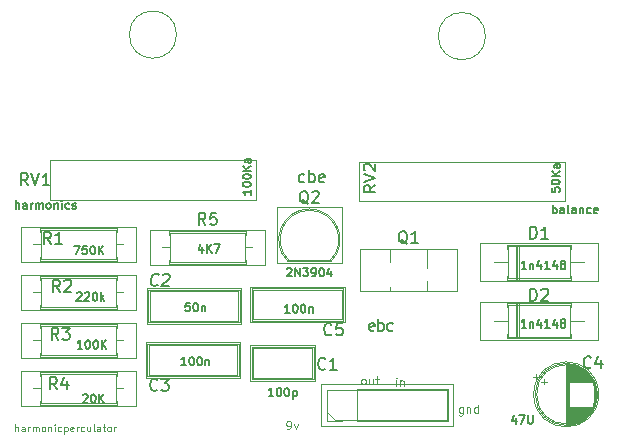
<source format=gbr>
%TF.GenerationSoftware,KiCad,Pcbnew,7.0.11+dfsg-1build4*%
%TF.CreationDate,2026-02-01T22:03:41-05:00*%
%TF.ProjectId,harmonicpercolator,6861726d-6f6e-4696-9370-6572636f6c61,rev?*%
%TF.SameCoordinates,Original*%
%TF.FileFunction,Legend,Top*%
%TF.FilePolarity,Positive*%
%FSLAX46Y46*%
G04 Gerber Fmt 4.6, Leading zero omitted, Abs format (unit mm)*
G04 Created by KiCad (PCBNEW 7.0.11+dfsg-1build4) date 2026-02-01 22:03:41*
%MOMM*%
%LPD*%
G01*
G04 APERTURE LIST*
%ADD10C,0.150000*%
%ADD11C,0.175000*%
%ADD12C,0.100000*%
%ADD13C,0.120000*%
%ADD14C,0.050000*%
G04 APERTURE END LIST*
D10*
X131617731Y-115622200D02*
X131522493Y-115669819D01*
X131522493Y-115669819D02*
X131332017Y-115669819D01*
X131332017Y-115669819D02*
X131236779Y-115622200D01*
X131236779Y-115622200D02*
X131189160Y-115526961D01*
X131189160Y-115526961D02*
X131189160Y-115146009D01*
X131189160Y-115146009D02*
X131236779Y-115050771D01*
X131236779Y-115050771D02*
X131332017Y-115003152D01*
X131332017Y-115003152D02*
X131522493Y-115003152D01*
X131522493Y-115003152D02*
X131617731Y-115050771D01*
X131617731Y-115050771D02*
X131665350Y-115146009D01*
X131665350Y-115146009D02*
X131665350Y-115241247D01*
X131665350Y-115241247D02*
X131189160Y-115336485D01*
D11*
X101246797Y-105315233D02*
X101246797Y-104615233D01*
X101546797Y-105315233D02*
X101546797Y-104948566D01*
X101546797Y-104948566D02*
X101513464Y-104881900D01*
X101513464Y-104881900D02*
X101446797Y-104848566D01*
X101446797Y-104848566D02*
X101346797Y-104848566D01*
X101346797Y-104848566D02*
X101280131Y-104881900D01*
X101280131Y-104881900D02*
X101246797Y-104915233D01*
X102180130Y-105315233D02*
X102180130Y-104948566D01*
X102180130Y-104948566D02*
X102146797Y-104881900D01*
X102146797Y-104881900D02*
X102080130Y-104848566D01*
X102080130Y-104848566D02*
X101946797Y-104848566D01*
X101946797Y-104848566D02*
X101880130Y-104881900D01*
X102180130Y-105281900D02*
X102113464Y-105315233D01*
X102113464Y-105315233D02*
X101946797Y-105315233D01*
X101946797Y-105315233D02*
X101880130Y-105281900D01*
X101880130Y-105281900D02*
X101846797Y-105215233D01*
X101846797Y-105215233D02*
X101846797Y-105148566D01*
X101846797Y-105148566D02*
X101880130Y-105081900D01*
X101880130Y-105081900D02*
X101946797Y-105048566D01*
X101946797Y-105048566D02*
X102113464Y-105048566D01*
X102113464Y-105048566D02*
X102180130Y-105015233D01*
X102513463Y-105315233D02*
X102513463Y-104848566D01*
X102513463Y-104981900D02*
X102546797Y-104915233D01*
X102546797Y-104915233D02*
X102580130Y-104881900D01*
X102580130Y-104881900D02*
X102646797Y-104848566D01*
X102646797Y-104848566D02*
X102713463Y-104848566D01*
X102946796Y-105315233D02*
X102946796Y-104848566D01*
X102946796Y-104915233D02*
X102980130Y-104881900D01*
X102980130Y-104881900D02*
X103046796Y-104848566D01*
X103046796Y-104848566D02*
X103146796Y-104848566D01*
X103146796Y-104848566D02*
X103213463Y-104881900D01*
X103213463Y-104881900D02*
X103246796Y-104948566D01*
X103246796Y-104948566D02*
X103246796Y-105315233D01*
X103246796Y-104948566D02*
X103280130Y-104881900D01*
X103280130Y-104881900D02*
X103346796Y-104848566D01*
X103346796Y-104848566D02*
X103446796Y-104848566D01*
X103446796Y-104848566D02*
X103513463Y-104881900D01*
X103513463Y-104881900D02*
X103546796Y-104948566D01*
X103546796Y-104948566D02*
X103546796Y-105315233D01*
X103980129Y-105315233D02*
X103913463Y-105281900D01*
X103913463Y-105281900D02*
X103880129Y-105248566D01*
X103880129Y-105248566D02*
X103846796Y-105181900D01*
X103846796Y-105181900D02*
X103846796Y-104981900D01*
X103846796Y-104981900D02*
X103880129Y-104915233D01*
X103880129Y-104915233D02*
X103913463Y-104881900D01*
X103913463Y-104881900D02*
X103980129Y-104848566D01*
X103980129Y-104848566D02*
X104080129Y-104848566D01*
X104080129Y-104848566D02*
X104146796Y-104881900D01*
X104146796Y-104881900D02*
X104180129Y-104915233D01*
X104180129Y-104915233D02*
X104213463Y-104981900D01*
X104213463Y-104981900D02*
X104213463Y-105181900D01*
X104213463Y-105181900D02*
X104180129Y-105248566D01*
X104180129Y-105248566D02*
X104146796Y-105281900D01*
X104146796Y-105281900D02*
X104080129Y-105315233D01*
X104080129Y-105315233D02*
X103980129Y-105315233D01*
X104513462Y-104848566D02*
X104513462Y-105315233D01*
X104513462Y-104915233D02*
X104546796Y-104881900D01*
X104546796Y-104881900D02*
X104613462Y-104848566D01*
X104613462Y-104848566D02*
X104713462Y-104848566D01*
X104713462Y-104848566D02*
X104780129Y-104881900D01*
X104780129Y-104881900D02*
X104813462Y-104948566D01*
X104813462Y-104948566D02*
X104813462Y-105315233D01*
X105146795Y-105315233D02*
X105146795Y-104848566D01*
X105146795Y-104615233D02*
X105113462Y-104648566D01*
X105113462Y-104648566D02*
X105146795Y-104681900D01*
X105146795Y-104681900D02*
X105180129Y-104648566D01*
X105180129Y-104648566D02*
X105146795Y-104615233D01*
X105146795Y-104615233D02*
X105146795Y-104681900D01*
X105780128Y-105281900D02*
X105713462Y-105315233D01*
X105713462Y-105315233D02*
X105580128Y-105315233D01*
X105580128Y-105315233D02*
X105513462Y-105281900D01*
X105513462Y-105281900D02*
X105480128Y-105248566D01*
X105480128Y-105248566D02*
X105446795Y-105181900D01*
X105446795Y-105181900D02*
X105446795Y-104981900D01*
X105446795Y-104981900D02*
X105480128Y-104915233D01*
X105480128Y-104915233D02*
X105513462Y-104881900D01*
X105513462Y-104881900D02*
X105580128Y-104848566D01*
X105580128Y-104848566D02*
X105713462Y-104848566D01*
X105713462Y-104848566D02*
X105780128Y-104881900D01*
X106046795Y-105281900D02*
X106113462Y-105315233D01*
X106113462Y-105315233D02*
X106246795Y-105315233D01*
X106246795Y-105315233D02*
X106313462Y-105281900D01*
X106313462Y-105281900D02*
X106346795Y-105215233D01*
X106346795Y-105215233D02*
X106346795Y-105181900D01*
X106346795Y-105181900D02*
X106313462Y-105115233D01*
X106313462Y-105115233D02*
X106246795Y-105081900D01*
X106246795Y-105081900D02*
X106146795Y-105081900D01*
X106146795Y-105081900D02*
X106080128Y-105048566D01*
X106080128Y-105048566D02*
X106046795Y-104981900D01*
X106046795Y-104981900D02*
X106046795Y-104948566D01*
X106046795Y-104948566D02*
X106080128Y-104881900D01*
X106080128Y-104881900D02*
X106146795Y-104848566D01*
X106146795Y-104848566D02*
X106246795Y-104848566D01*
X106246795Y-104848566D02*
X106313462Y-104881900D01*
D12*
X133455455Y-120305133D02*
X133455455Y-119838466D01*
X133455455Y-119605133D02*
X133422122Y-119638466D01*
X133422122Y-119638466D02*
X133455455Y-119671800D01*
X133455455Y-119671800D02*
X133488789Y-119638466D01*
X133488789Y-119638466D02*
X133455455Y-119605133D01*
X133455455Y-119605133D02*
X133455455Y-119671800D01*
X133788788Y-119838466D02*
X133788788Y-120305133D01*
X133788788Y-119905133D02*
X133822122Y-119871800D01*
X133822122Y-119871800D02*
X133888788Y-119838466D01*
X133888788Y-119838466D02*
X133988788Y-119838466D01*
X133988788Y-119838466D02*
X134055455Y-119871800D01*
X134055455Y-119871800D02*
X134088788Y-119938466D01*
X134088788Y-119938466D02*
X134088788Y-120305133D01*
X124217789Y-123988133D02*
X124351122Y-123988133D01*
X124351122Y-123988133D02*
X124417789Y-123954800D01*
X124417789Y-123954800D02*
X124451122Y-123921466D01*
X124451122Y-123921466D02*
X124517789Y-123821466D01*
X124517789Y-123821466D02*
X124551122Y-123688133D01*
X124551122Y-123688133D02*
X124551122Y-123421466D01*
X124551122Y-123421466D02*
X124517789Y-123354800D01*
X124517789Y-123354800D02*
X124484455Y-123321466D01*
X124484455Y-123321466D02*
X124417789Y-123288133D01*
X124417789Y-123288133D02*
X124284455Y-123288133D01*
X124284455Y-123288133D02*
X124217789Y-123321466D01*
X124217789Y-123321466D02*
X124184455Y-123354800D01*
X124184455Y-123354800D02*
X124151122Y-123421466D01*
X124151122Y-123421466D02*
X124151122Y-123588133D01*
X124151122Y-123588133D02*
X124184455Y-123654800D01*
X124184455Y-123654800D02*
X124217789Y-123688133D01*
X124217789Y-123688133D02*
X124284455Y-123721466D01*
X124284455Y-123721466D02*
X124417789Y-123721466D01*
X124417789Y-123721466D02*
X124484455Y-123688133D01*
X124484455Y-123688133D02*
X124517789Y-123654800D01*
X124517789Y-123654800D02*
X124551122Y-123588133D01*
X124784456Y-123521466D02*
X124951122Y-123988133D01*
X124951122Y-123988133D02*
X125117789Y-123521466D01*
X130634455Y-120178133D02*
X130567789Y-120144800D01*
X130567789Y-120144800D02*
X130534455Y-120111466D01*
X130534455Y-120111466D02*
X130501122Y-120044800D01*
X130501122Y-120044800D02*
X130501122Y-119844800D01*
X130501122Y-119844800D02*
X130534455Y-119778133D01*
X130534455Y-119778133D02*
X130567789Y-119744800D01*
X130567789Y-119744800D02*
X130634455Y-119711466D01*
X130634455Y-119711466D02*
X130734455Y-119711466D01*
X130734455Y-119711466D02*
X130801122Y-119744800D01*
X130801122Y-119744800D02*
X130834455Y-119778133D01*
X130834455Y-119778133D02*
X130867789Y-119844800D01*
X130867789Y-119844800D02*
X130867789Y-120044800D01*
X130867789Y-120044800D02*
X130834455Y-120111466D01*
X130834455Y-120111466D02*
X130801122Y-120144800D01*
X130801122Y-120144800D02*
X130734455Y-120178133D01*
X130734455Y-120178133D02*
X130634455Y-120178133D01*
X131467788Y-119711466D02*
X131467788Y-120178133D01*
X131167788Y-119711466D02*
X131167788Y-120078133D01*
X131167788Y-120078133D02*
X131201122Y-120144800D01*
X131201122Y-120144800D02*
X131267788Y-120178133D01*
X131267788Y-120178133D02*
X131367788Y-120178133D01*
X131367788Y-120178133D02*
X131434455Y-120144800D01*
X131434455Y-120144800D02*
X131467788Y-120111466D01*
X131701121Y-119711466D02*
X131967788Y-119711466D01*
X131801121Y-119478133D02*
X131801121Y-120078133D01*
X131801121Y-120078133D02*
X131834455Y-120144800D01*
X131834455Y-120144800D02*
X131901121Y-120178133D01*
X131901121Y-120178133D02*
X131967788Y-120178133D01*
D10*
X133165350Y-115622200D02*
X133070112Y-115669819D01*
X133070112Y-115669819D02*
X132879636Y-115669819D01*
X132879636Y-115669819D02*
X132784398Y-115622200D01*
X132784398Y-115622200D02*
X132736779Y-115574580D01*
X132736779Y-115574580D02*
X132689160Y-115479342D01*
X132689160Y-115479342D02*
X132689160Y-115193628D01*
X132689160Y-115193628D02*
X132736779Y-115098390D01*
X132736779Y-115098390D02*
X132784398Y-115050771D01*
X132784398Y-115050771D02*
X132879636Y-115003152D01*
X132879636Y-115003152D02*
X133070112Y-115003152D01*
X133070112Y-115003152D02*
X133165350Y-115050771D01*
D12*
X139089455Y-122124466D02*
X139089455Y-122691133D01*
X139089455Y-122691133D02*
X139056122Y-122757800D01*
X139056122Y-122757800D02*
X139022789Y-122791133D01*
X139022789Y-122791133D02*
X138956122Y-122824466D01*
X138956122Y-122824466D02*
X138856122Y-122824466D01*
X138856122Y-122824466D02*
X138789455Y-122791133D01*
X139089455Y-122557800D02*
X139022789Y-122591133D01*
X139022789Y-122591133D02*
X138889455Y-122591133D01*
X138889455Y-122591133D02*
X138822789Y-122557800D01*
X138822789Y-122557800D02*
X138789455Y-122524466D01*
X138789455Y-122524466D02*
X138756122Y-122457800D01*
X138756122Y-122457800D02*
X138756122Y-122257800D01*
X138756122Y-122257800D02*
X138789455Y-122191133D01*
X138789455Y-122191133D02*
X138822789Y-122157800D01*
X138822789Y-122157800D02*
X138889455Y-122124466D01*
X138889455Y-122124466D02*
X139022789Y-122124466D01*
X139022789Y-122124466D02*
X139089455Y-122157800D01*
X139422788Y-122124466D02*
X139422788Y-122591133D01*
X139422788Y-122191133D02*
X139456122Y-122157800D01*
X139456122Y-122157800D02*
X139522788Y-122124466D01*
X139522788Y-122124466D02*
X139622788Y-122124466D01*
X139622788Y-122124466D02*
X139689455Y-122157800D01*
X139689455Y-122157800D02*
X139722788Y-122224466D01*
X139722788Y-122224466D02*
X139722788Y-122591133D01*
X140356121Y-122591133D02*
X140356121Y-121891133D01*
X140356121Y-122557800D02*
X140289455Y-122591133D01*
X140289455Y-122591133D02*
X140156121Y-122591133D01*
X140156121Y-122591133D02*
X140089455Y-122557800D01*
X140089455Y-122557800D02*
X140056121Y-122524466D01*
X140056121Y-122524466D02*
X140022788Y-122457800D01*
X140022788Y-122457800D02*
X140022788Y-122257800D01*
X140022788Y-122257800D02*
X140056121Y-122191133D01*
X140056121Y-122191133D02*
X140089455Y-122157800D01*
X140089455Y-122157800D02*
X140156121Y-122124466D01*
X140156121Y-122124466D02*
X140289455Y-122124466D01*
X140289455Y-122124466D02*
X140356121Y-122157800D01*
X101208646Y-124171371D02*
X101208646Y-123571371D01*
X101465789Y-124171371D02*
X101465789Y-123857085D01*
X101465789Y-123857085D02*
X101437217Y-123799942D01*
X101437217Y-123799942D02*
X101380074Y-123771371D01*
X101380074Y-123771371D02*
X101294360Y-123771371D01*
X101294360Y-123771371D02*
X101237217Y-123799942D01*
X101237217Y-123799942D02*
X101208646Y-123828514D01*
X102008646Y-124171371D02*
X102008646Y-123857085D01*
X102008646Y-123857085D02*
X101980074Y-123799942D01*
X101980074Y-123799942D02*
X101922931Y-123771371D01*
X101922931Y-123771371D02*
X101808646Y-123771371D01*
X101808646Y-123771371D02*
X101751503Y-123799942D01*
X102008646Y-124142800D02*
X101951503Y-124171371D01*
X101951503Y-124171371D02*
X101808646Y-124171371D01*
X101808646Y-124171371D02*
X101751503Y-124142800D01*
X101751503Y-124142800D02*
X101722931Y-124085657D01*
X101722931Y-124085657D02*
X101722931Y-124028514D01*
X101722931Y-124028514D02*
X101751503Y-123971371D01*
X101751503Y-123971371D02*
X101808646Y-123942800D01*
X101808646Y-123942800D02*
X101951503Y-123942800D01*
X101951503Y-123942800D02*
X102008646Y-123914228D01*
X102294360Y-124171371D02*
X102294360Y-123771371D01*
X102294360Y-123885657D02*
X102322931Y-123828514D01*
X102322931Y-123828514D02*
X102351503Y-123799942D01*
X102351503Y-123799942D02*
X102408645Y-123771371D01*
X102408645Y-123771371D02*
X102465788Y-123771371D01*
X102665789Y-124171371D02*
X102665789Y-123771371D01*
X102665789Y-123828514D02*
X102694360Y-123799942D01*
X102694360Y-123799942D02*
X102751503Y-123771371D01*
X102751503Y-123771371D02*
X102837217Y-123771371D01*
X102837217Y-123771371D02*
X102894360Y-123799942D01*
X102894360Y-123799942D02*
X102922932Y-123857085D01*
X102922932Y-123857085D02*
X102922932Y-124171371D01*
X102922932Y-123857085D02*
X102951503Y-123799942D01*
X102951503Y-123799942D02*
X103008646Y-123771371D01*
X103008646Y-123771371D02*
X103094360Y-123771371D01*
X103094360Y-123771371D02*
X103151503Y-123799942D01*
X103151503Y-123799942D02*
X103180074Y-123857085D01*
X103180074Y-123857085D02*
X103180074Y-124171371D01*
X103551503Y-124171371D02*
X103494360Y-124142800D01*
X103494360Y-124142800D02*
X103465789Y-124114228D01*
X103465789Y-124114228D02*
X103437217Y-124057085D01*
X103437217Y-124057085D02*
X103437217Y-123885657D01*
X103437217Y-123885657D02*
X103465789Y-123828514D01*
X103465789Y-123828514D02*
X103494360Y-123799942D01*
X103494360Y-123799942D02*
X103551503Y-123771371D01*
X103551503Y-123771371D02*
X103637217Y-123771371D01*
X103637217Y-123771371D02*
X103694360Y-123799942D01*
X103694360Y-123799942D02*
X103722932Y-123828514D01*
X103722932Y-123828514D02*
X103751503Y-123885657D01*
X103751503Y-123885657D02*
X103751503Y-124057085D01*
X103751503Y-124057085D02*
X103722932Y-124114228D01*
X103722932Y-124114228D02*
X103694360Y-124142800D01*
X103694360Y-124142800D02*
X103637217Y-124171371D01*
X103637217Y-124171371D02*
X103551503Y-124171371D01*
X104008646Y-123771371D02*
X104008646Y-124171371D01*
X104008646Y-123828514D02*
X104037217Y-123799942D01*
X104037217Y-123799942D02*
X104094360Y-123771371D01*
X104094360Y-123771371D02*
X104180074Y-123771371D01*
X104180074Y-123771371D02*
X104237217Y-123799942D01*
X104237217Y-123799942D02*
X104265789Y-123857085D01*
X104265789Y-123857085D02*
X104265789Y-124171371D01*
X104551503Y-124171371D02*
X104551503Y-123771371D01*
X104551503Y-123571371D02*
X104522931Y-123599942D01*
X104522931Y-123599942D02*
X104551503Y-123628514D01*
X104551503Y-123628514D02*
X104580074Y-123599942D01*
X104580074Y-123599942D02*
X104551503Y-123571371D01*
X104551503Y-123571371D02*
X104551503Y-123628514D01*
X105094360Y-124142800D02*
X105037217Y-124171371D01*
X105037217Y-124171371D02*
X104922931Y-124171371D01*
X104922931Y-124171371D02*
X104865788Y-124142800D01*
X104865788Y-124142800D02*
X104837217Y-124114228D01*
X104837217Y-124114228D02*
X104808645Y-124057085D01*
X104808645Y-124057085D02*
X104808645Y-123885657D01*
X104808645Y-123885657D02*
X104837217Y-123828514D01*
X104837217Y-123828514D02*
X104865788Y-123799942D01*
X104865788Y-123799942D02*
X104922931Y-123771371D01*
X104922931Y-123771371D02*
X105037217Y-123771371D01*
X105037217Y-123771371D02*
X105094360Y-123799942D01*
X105351503Y-123771371D02*
X105351503Y-124371371D01*
X105351503Y-123799942D02*
X105408646Y-123771371D01*
X105408646Y-123771371D02*
X105522931Y-123771371D01*
X105522931Y-123771371D02*
X105580074Y-123799942D01*
X105580074Y-123799942D02*
X105608646Y-123828514D01*
X105608646Y-123828514D02*
X105637217Y-123885657D01*
X105637217Y-123885657D02*
X105637217Y-124057085D01*
X105637217Y-124057085D02*
X105608646Y-124114228D01*
X105608646Y-124114228D02*
X105580074Y-124142800D01*
X105580074Y-124142800D02*
X105522931Y-124171371D01*
X105522931Y-124171371D02*
X105408646Y-124171371D01*
X105408646Y-124171371D02*
X105351503Y-124142800D01*
X106122931Y-124142800D02*
X106065788Y-124171371D01*
X106065788Y-124171371D02*
X105951503Y-124171371D01*
X105951503Y-124171371D02*
X105894360Y-124142800D01*
X105894360Y-124142800D02*
X105865788Y-124085657D01*
X105865788Y-124085657D02*
X105865788Y-123857085D01*
X105865788Y-123857085D02*
X105894360Y-123799942D01*
X105894360Y-123799942D02*
X105951503Y-123771371D01*
X105951503Y-123771371D02*
X106065788Y-123771371D01*
X106065788Y-123771371D02*
X106122931Y-123799942D01*
X106122931Y-123799942D02*
X106151503Y-123857085D01*
X106151503Y-123857085D02*
X106151503Y-123914228D01*
X106151503Y-123914228D02*
X105865788Y-123971371D01*
X106408646Y-124171371D02*
X106408646Y-123771371D01*
X106408646Y-123885657D02*
X106437217Y-123828514D01*
X106437217Y-123828514D02*
X106465789Y-123799942D01*
X106465789Y-123799942D02*
X106522931Y-123771371D01*
X106522931Y-123771371D02*
X106580074Y-123771371D01*
X107037218Y-124142800D02*
X106980075Y-124171371D01*
X106980075Y-124171371D02*
X106865789Y-124171371D01*
X106865789Y-124171371D02*
X106808646Y-124142800D01*
X106808646Y-124142800D02*
X106780075Y-124114228D01*
X106780075Y-124114228D02*
X106751503Y-124057085D01*
X106751503Y-124057085D02*
X106751503Y-123885657D01*
X106751503Y-123885657D02*
X106780075Y-123828514D01*
X106780075Y-123828514D02*
X106808646Y-123799942D01*
X106808646Y-123799942D02*
X106865789Y-123771371D01*
X106865789Y-123771371D02*
X106980075Y-123771371D01*
X106980075Y-123771371D02*
X107037218Y-123799942D01*
X107551504Y-123771371D02*
X107551504Y-124171371D01*
X107294361Y-123771371D02*
X107294361Y-124085657D01*
X107294361Y-124085657D02*
X107322932Y-124142800D01*
X107322932Y-124142800D02*
X107380075Y-124171371D01*
X107380075Y-124171371D02*
X107465789Y-124171371D01*
X107465789Y-124171371D02*
X107522932Y-124142800D01*
X107522932Y-124142800D02*
X107551504Y-124114228D01*
X107922932Y-124171371D02*
X107865789Y-124142800D01*
X107865789Y-124142800D02*
X107837218Y-124085657D01*
X107837218Y-124085657D02*
X107837218Y-123571371D01*
X108408647Y-124171371D02*
X108408647Y-123857085D01*
X108408647Y-123857085D02*
X108380075Y-123799942D01*
X108380075Y-123799942D02*
X108322932Y-123771371D01*
X108322932Y-123771371D02*
X108208647Y-123771371D01*
X108208647Y-123771371D02*
X108151504Y-123799942D01*
X108408647Y-124142800D02*
X108351504Y-124171371D01*
X108351504Y-124171371D02*
X108208647Y-124171371D01*
X108208647Y-124171371D02*
X108151504Y-124142800D01*
X108151504Y-124142800D02*
X108122932Y-124085657D01*
X108122932Y-124085657D02*
X108122932Y-124028514D01*
X108122932Y-124028514D02*
X108151504Y-123971371D01*
X108151504Y-123971371D02*
X108208647Y-123942800D01*
X108208647Y-123942800D02*
X108351504Y-123942800D01*
X108351504Y-123942800D02*
X108408647Y-123914228D01*
X108608646Y-123771371D02*
X108837218Y-123771371D01*
X108694361Y-123571371D02*
X108694361Y-124085657D01*
X108694361Y-124085657D02*
X108722932Y-124142800D01*
X108722932Y-124142800D02*
X108780075Y-124171371D01*
X108780075Y-124171371D02*
X108837218Y-124171371D01*
X109122932Y-124171371D02*
X109065789Y-124142800D01*
X109065789Y-124142800D02*
X109037218Y-124114228D01*
X109037218Y-124114228D02*
X109008646Y-124057085D01*
X109008646Y-124057085D02*
X109008646Y-123885657D01*
X109008646Y-123885657D02*
X109037218Y-123828514D01*
X109037218Y-123828514D02*
X109065789Y-123799942D01*
X109065789Y-123799942D02*
X109122932Y-123771371D01*
X109122932Y-123771371D02*
X109208646Y-123771371D01*
X109208646Y-123771371D02*
X109265789Y-123799942D01*
X109265789Y-123799942D02*
X109294361Y-123828514D01*
X109294361Y-123828514D02*
X109322932Y-123885657D01*
X109322932Y-123885657D02*
X109322932Y-124057085D01*
X109322932Y-124057085D02*
X109294361Y-124114228D01*
X109294361Y-124114228D02*
X109265789Y-124142800D01*
X109265789Y-124142800D02*
X109208646Y-124171371D01*
X109208646Y-124171371D02*
X109122932Y-124171371D01*
X109580075Y-124171371D02*
X109580075Y-123771371D01*
X109580075Y-123885657D02*
X109608646Y-123828514D01*
X109608646Y-123828514D02*
X109637218Y-123799942D01*
X109637218Y-123799942D02*
X109694360Y-123771371D01*
X109694360Y-123771371D02*
X109751503Y-123771371D01*
D11*
X146712797Y-105696233D02*
X146712797Y-104996233D01*
X146712797Y-105262900D02*
X146779464Y-105229566D01*
X146779464Y-105229566D02*
X146912797Y-105229566D01*
X146912797Y-105229566D02*
X146979464Y-105262900D01*
X146979464Y-105262900D02*
X147012797Y-105296233D01*
X147012797Y-105296233D02*
X147046131Y-105362900D01*
X147046131Y-105362900D02*
X147046131Y-105562900D01*
X147046131Y-105562900D02*
X147012797Y-105629566D01*
X147012797Y-105629566D02*
X146979464Y-105662900D01*
X146979464Y-105662900D02*
X146912797Y-105696233D01*
X146912797Y-105696233D02*
X146779464Y-105696233D01*
X146779464Y-105696233D02*
X146712797Y-105662900D01*
X147646130Y-105696233D02*
X147646130Y-105329566D01*
X147646130Y-105329566D02*
X147612797Y-105262900D01*
X147612797Y-105262900D02*
X147546130Y-105229566D01*
X147546130Y-105229566D02*
X147412797Y-105229566D01*
X147412797Y-105229566D02*
X147346130Y-105262900D01*
X147646130Y-105662900D02*
X147579464Y-105696233D01*
X147579464Y-105696233D02*
X147412797Y-105696233D01*
X147412797Y-105696233D02*
X147346130Y-105662900D01*
X147346130Y-105662900D02*
X147312797Y-105596233D01*
X147312797Y-105596233D02*
X147312797Y-105529566D01*
X147312797Y-105529566D02*
X147346130Y-105462900D01*
X147346130Y-105462900D02*
X147412797Y-105429566D01*
X147412797Y-105429566D02*
X147579464Y-105429566D01*
X147579464Y-105429566D02*
X147646130Y-105396233D01*
X148079463Y-105696233D02*
X148012797Y-105662900D01*
X148012797Y-105662900D02*
X147979463Y-105596233D01*
X147979463Y-105596233D02*
X147979463Y-104996233D01*
X148646130Y-105696233D02*
X148646130Y-105329566D01*
X148646130Y-105329566D02*
X148612797Y-105262900D01*
X148612797Y-105262900D02*
X148546130Y-105229566D01*
X148546130Y-105229566D02*
X148412797Y-105229566D01*
X148412797Y-105229566D02*
X148346130Y-105262900D01*
X148646130Y-105662900D02*
X148579464Y-105696233D01*
X148579464Y-105696233D02*
X148412797Y-105696233D01*
X148412797Y-105696233D02*
X148346130Y-105662900D01*
X148346130Y-105662900D02*
X148312797Y-105596233D01*
X148312797Y-105596233D02*
X148312797Y-105529566D01*
X148312797Y-105529566D02*
X148346130Y-105462900D01*
X148346130Y-105462900D02*
X148412797Y-105429566D01*
X148412797Y-105429566D02*
X148579464Y-105429566D01*
X148579464Y-105429566D02*
X148646130Y-105396233D01*
X148979463Y-105229566D02*
X148979463Y-105696233D01*
X148979463Y-105296233D02*
X149012797Y-105262900D01*
X149012797Y-105262900D02*
X149079463Y-105229566D01*
X149079463Y-105229566D02*
X149179463Y-105229566D01*
X149179463Y-105229566D02*
X149246130Y-105262900D01*
X149246130Y-105262900D02*
X149279463Y-105329566D01*
X149279463Y-105329566D02*
X149279463Y-105696233D01*
X149912796Y-105662900D02*
X149846130Y-105696233D01*
X149846130Y-105696233D02*
X149712796Y-105696233D01*
X149712796Y-105696233D02*
X149646130Y-105662900D01*
X149646130Y-105662900D02*
X149612796Y-105629566D01*
X149612796Y-105629566D02*
X149579463Y-105562900D01*
X149579463Y-105562900D02*
X149579463Y-105362900D01*
X149579463Y-105362900D02*
X149612796Y-105296233D01*
X149612796Y-105296233D02*
X149646130Y-105262900D01*
X149646130Y-105262900D02*
X149712796Y-105229566D01*
X149712796Y-105229566D02*
X149846130Y-105229566D01*
X149846130Y-105229566D02*
X149912796Y-105262900D01*
X150479463Y-105662900D02*
X150412796Y-105696233D01*
X150412796Y-105696233D02*
X150279463Y-105696233D01*
X150279463Y-105696233D02*
X150212796Y-105662900D01*
X150212796Y-105662900D02*
X150179463Y-105596233D01*
X150179463Y-105596233D02*
X150179463Y-105329566D01*
X150179463Y-105329566D02*
X150212796Y-105262900D01*
X150212796Y-105262900D02*
X150279463Y-105229566D01*
X150279463Y-105229566D02*
X150412796Y-105229566D01*
X150412796Y-105229566D02*
X150479463Y-105262900D01*
X150479463Y-105262900D02*
X150512796Y-105329566D01*
X150512796Y-105329566D02*
X150512796Y-105396233D01*
X150512796Y-105396233D02*
X150179463Y-105462900D01*
D10*
X131936779Y-115669819D02*
X131936779Y-114669819D01*
X131936779Y-115050771D02*
X132032017Y-115003152D01*
X132032017Y-115003152D02*
X132222493Y-115003152D01*
X132222493Y-115003152D02*
X132317731Y-115050771D01*
X132317731Y-115050771D02*
X132365350Y-115098390D01*
X132365350Y-115098390D02*
X132412969Y-115193628D01*
X132412969Y-115193628D02*
X132412969Y-115479342D01*
X132412969Y-115479342D02*
X132365350Y-115574580D01*
X132365350Y-115574580D02*
X132317731Y-115622200D01*
X132317731Y-115622200D02*
X132222493Y-115669819D01*
X132222493Y-115669819D02*
X132032017Y-115669819D01*
X132032017Y-115669819D02*
X131936779Y-115622200D01*
X125665350Y-103022200D02*
X125570112Y-103069819D01*
X125570112Y-103069819D02*
X125379636Y-103069819D01*
X125379636Y-103069819D02*
X125284398Y-103022200D01*
X125284398Y-103022200D02*
X125236779Y-102974580D01*
X125236779Y-102974580D02*
X125189160Y-102879342D01*
X125189160Y-102879342D02*
X125189160Y-102593628D01*
X125189160Y-102593628D02*
X125236779Y-102498390D01*
X125236779Y-102498390D02*
X125284398Y-102450771D01*
X125284398Y-102450771D02*
X125379636Y-102403152D01*
X125379636Y-102403152D02*
X125570112Y-102403152D01*
X125570112Y-102403152D02*
X125665350Y-102450771D01*
X126093922Y-103069819D02*
X126093922Y-102069819D01*
X126093922Y-102450771D02*
X126189160Y-102403152D01*
X126189160Y-102403152D02*
X126379636Y-102403152D01*
X126379636Y-102403152D02*
X126474874Y-102450771D01*
X126474874Y-102450771D02*
X126522493Y-102498390D01*
X126522493Y-102498390D02*
X126570112Y-102593628D01*
X126570112Y-102593628D02*
X126570112Y-102879342D01*
X126570112Y-102879342D02*
X126522493Y-102974580D01*
X126522493Y-102974580D02*
X126474874Y-103022200D01*
X126474874Y-103022200D02*
X126379636Y-103069819D01*
X126379636Y-103069819D02*
X126189160Y-103069819D01*
X126189160Y-103069819D02*
X126093922Y-103022200D01*
X127379636Y-103022200D02*
X127284398Y-103069819D01*
X127284398Y-103069819D02*
X127093922Y-103069819D01*
X127093922Y-103069819D02*
X126998684Y-103022200D01*
X126998684Y-103022200D02*
X126951065Y-102926961D01*
X126951065Y-102926961D02*
X126951065Y-102546009D01*
X126951065Y-102546009D02*
X126998684Y-102450771D01*
X126998684Y-102450771D02*
X127093922Y-102403152D01*
X127093922Y-102403152D02*
X127284398Y-102403152D01*
X127284398Y-102403152D02*
X127379636Y-102450771D01*
X127379636Y-102450771D02*
X127427255Y-102546009D01*
X127427255Y-102546009D02*
X127427255Y-102641247D01*
X127427255Y-102641247D02*
X126951065Y-102736485D01*
X134397761Y-108301057D02*
X134302523Y-108253438D01*
X134302523Y-108253438D02*
X134207285Y-108158200D01*
X134207285Y-108158200D02*
X134064428Y-108015342D01*
X134064428Y-108015342D02*
X133969190Y-107967723D01*
X133969190Y-107967723D02*
X133873952Y-107967723D01*
X133921571Y-108205819D02*
X133826333Y-108158200D01*
X133826333Y-108158200D02*
X133731095Y-108062961D01*
X133731095Y-108062961D02*
X133683476Y-107872485D01*
X133683476Y-107872485D02*
X133683476Y-107539152D01*
X133683476Y-107539152D02*
X133731095Y-107348676D01*
X133731095Y-107348676D02*
X133826333Y-107253438D01*
X133826333Y-107253438D02*
X133921571Y-107205819D01*
X133921571Y-107205819D02*
X134112047Y-107205819D01*
X134112047Y-107205819D02*
X134207285Y-107253438D01*
X134207285Y-107253438D02*
X134302523Y-107348676D01*
X134302523Y-107348676D02*
X134350142Y-107539152D01*
X134350142Y-107539152D02*
X134350142Y-107872485D01*
X134350142Y-107872485D02*
X134302523Y-108062961D01*
X134302523Y-108062961D02*
X134207285Y-108158200D01*
X134207285Y-108158200D02*
X134112047Y-108205819D01*
X134112047Y-108205819D02*
X133921571Y-108205819D01*
X135302523Y-108205819D02*
X134731095Y-108205819D01*
X135016809Y-108205819D02*
X135016809Y-107205819D01*
X135016809Y-107205819D02*
X134921571Y-107348676D01*
X134921571Y-107348676D02*
X134826333Y-107443914D01*
X134826333Y-107443914D02*
X134731095Y-107491533D01*
X104735333Y-120596819D02*
X104402000Y-120120628D01*
X104163905Y-120596819D02*
X104163905Y-119596819D01*
X104163905Y-119596819D02*
X104544857Y-119596819D01*
X104544857Y-119596819D02*
X104640095Y-119644438D01*
X104640095Y-119644438D02*
X104687714Y-119692057D01*
X104687714Y-119692057D02*
X104735333Y-119787295D01*
X104735333Y-119787295D02*
X104735333Y-119930152D01*
X104735333Y-119930152D02*
X104687714Y-120025390D01*
X104687714Y-120025390D02*
X104640095Y-120073009D01*
X104640095Y-120073009D02*
X104544857Y-120120628D01*
X104544857Y-120120628D02*
X104163905Y-120120628D01*
X105592476Y-119930152D02*
X105592476Y-120596819D01*
X105354381Y-119549200D02*
X105116286Y-120263485D01*
X105116286Y-120263485D02*
X105735333Y-120263485D01*
X106939666Y-121094700D02*
X106972999Y-121061366D01*
X106972999Y-121061366D02*
X107039666Y-121028033D01*
X107039666Y-121028033D02*
X107206333Y-121028033D01*
X107206333Y-121028033D02*
X107272999Y-121061366D01*
X107272999Y-121061366D02*
X107306333Y-121094700D01*
X107306333Y-121094700D02*
X107339666Y-121161366D01*
X107339666Y-121161366D02*
X107339666Y-121228033D01*
X107339666Y-121228033D02*
X107306333Y-121328033D01*
X107306333Y-121328033D02*
X106906333Y-121728033D01*
X106906333Y-121728033D02*
X107339666Y-121728033D01*
X107773000Y-121028033D02*
X107839666Y-121028033D01*
X107839666Y-121028033D02*
X107906333Y-121061366D01*
X107906333Y-121061366D02*
X107939666Y-121094700D01*
X107939666Y-121094700D02*
X107973000Y-121161366D01*
X107973000Y-121161366D02*
X108006333Y-121294700D01*
X108006333Y-121294700D02*
X108006333Y-121461366D01*
X108006333Y-121461366D02*
X107973000Y-121594700D01*
X107973000Y-121594700D02*
X107939666Y-121661366D01*
X107939666Y-121661366D02*
X107906333Y-121694700D01*
X107906333Y-121694700D02*
X107839666Y-121728033D01*
X107839666Y-121728033D02*
X107773000Y-121728033D01*
X107773000Y-121728033D02*
X107706333Y-121694700D01*
X107706333Y-121694700D02*
X107673000Y-121661366D01*
X107673000Y-121661366D02*
X107639666Y-121594700D01*
X107639666Y-121594700D02*
X107606333Y-121461366D01*
X107606333Y-121461366D02*
X107606333Y-121294700D01*
X107606333Y-121294700D02*
X107639666Y-121161366D01*
X107639666Y-121161366D02*
X107673000Y-121094700D01*
X107673000Y-121094700D02*
X107706333Y-121061366D01*
X107706333Y-121061366D02*
X107773000Y-121028033D01*
X108306333Y-121728033D02*
X108306333Y-121028033D01*
X108706333Y-121728033D02*
X108406333Y-121328033D01*
X108706333Y-121028033D02*
X108306333Y-121428033D01*
X131698819Y-103308238D02*
X131222628Y-103641571D01*
X131698819Y-103879666D02*
X130698819Y-103879666D01*
X130698819Y-103879666D02*
X130698819Y-103498714D01*
X130698819Y-103498714D02*
X130746438Y-103403476D01*
X130746438Y-103403476D02*
X130794057Y-103355857D01*
X130794057Y-103355857D02*
X130889295Y-103308238D01*
X130889295Y-103308238D02*
X131032152Y-103308238D01*
X131032152Y-103308238D02*
X131127390Y-103355857D01*
X131127390Y-103355857D02*
X131175009Y-103403476D01*
X131175009Y-103403476D02*
X131222628Y-103498714D01*
X131222628Y-103498714D02*
X131222628Y-103879666D01*
X130698819Y-103022523D02*
X131698819Y-102689190D01*
X131698819Y-102689190D02*
X130698819Y-102355857D01*
X130794057Y-102070142D02*
X130746438Y-102022523D01*
X130746438Y-102022523D02*
X130698819Y-101927285D01*
X130698819Y-101927285D02*
X130698819Y-101689190D01*
X130698819Y-101689190D02*
X130746438Y-101593952D01*
X130746438Y-101593952D02*
X130794057Y-101546333D01*
X130794057Y-101546333D02*
X130889295Y-101498714D01*
X130889295Y-101498714D02*
X130984533Y-101498714D01*
X130984533Y-101498714D02*
X131127390Y-101546333D01*
X131127390Y-101546333D02*
X131698819Y-102117761D01*
X131698819Y-102117761D02*
X131698819Y-101498714D01*
X146608033Y-103546333D02*
X146608033Y-103879666D01*
X146608033Y-103879666D02*
X146941366Y-103912999D01*
X146941366Y-103912999D02*
X146908033Y-103879666D01*
X146908033Y-103879666D02*
X146874700Y-103812999D01*
X146874700Y-103812999D02*
X146874700Y-103646333D01*
X146874700Y-103646333D02*
X146908033Y-103579666D01*
X146908033Y-103579666D02*
X146941366Y-103546333D01*
X146941366Y-103546333D02*
X147008033Y-103512999D01*
X147008033Y-103512999D02*
X147174700Y-103512999D01*
X147174700Y-103512999D02*
X147241366Y-103546333D01*
X147241366Y-103546333D02*
X147274700Y-103579666D01*
X147274700Y-103579666D02*
X147308033Y-103646333D01*
X147308033Y-103646333D02*
X147308033Y-103812999D01*
X147308033Y-103812999D02*
X147274700Y-103879666D01*
X147274700Y-103879666D02*
X147241366Y-103912999D01*
X146608033Y-103079666D02*
X146608033Y-103012999D01*
X146608033Y-103012999D02*
X146641366Y-102946332D01*
X146641366Y-102946332D02*
X146674700Y-102912999D01*
X146674700Y-102912999D02*
X146741366Y-102879666D01*
X146741366Y-102879666D02*
X146874700Y-102846332D01*
X146874700Y-102846332D02*
X147041366Y-102846332D01*
X147041366Y-102846332D02*
X147174700Y-102879666D01*
X147174700Y-102879666D02*
X147241366Y-102912999D01*
X147241366Y-102912999D02*
X147274700Y-102946332D01*
X147274700Y-102946332D02*
X147308033Y-103012999D01*
X147308033Y-103012999D02*
X147308033Y-103079666D01*
X147308033Y-103079666D02*
X147274700Y-103146332D01*
X147274700Y-103146332D02*
X147241366Y-103179666D01*
X147241366Y-103179666D02*
X147174700Y-103212999D01*
X147174700Y-103212999D02*
X147041366Y-103246332D01*
X147041366Y-103246332D02*
X146874700Y-103246332D01*
X146874700Y-103246332D02*
X146741366Y-103212999D01*
X146741366Y-103212999D02*
X146674700Y-103179666D01*
X146674700Y-103179666D02*
X146641366Y-103146332D01*
X146641366Y-103146332D02*
X146608033Y-103079666D01*
X147308033Y-102546332D02*
X146608033Y-102546332D01*
X147308033Y-102146332D02*
X146908033Y-102446332D01*
X146608033Y-102146332D02*
X147008033Y-102546332D01*
X147308033Y-101546332D02*
X146941366Y-101546332D01*
X146941366Y-101546332D02*
X146874700Y-101579665D01*
X146874700Y-101579665D02*
X146841366Y-101646332D01*
X146841366Y-101646332D02*
X146841366Y-101779665D01*
X146841366Y-101779665D02*
X146874700Y-101846332D01*
X147274700Y-101546332D02*
X147308033Y-101612999D01*
X147308033Y-101612999D02*
X147308033Y-101779665D01*
X147308033Y-101779665D02*
X147274700Y-101846332D01*
X147274700Y-101846332D02*
X147208033Y-101879665D01*
X147208033Y-101879665D02*
X147141366Y-101879665D01*
X147141366Y-101879665D02*
X147074700Y-101846332D01*
X147074700Y-101846332D02*
X147041366Y-101779665D01*
X147041366Y-101779665D02*
X147041366Y-101612999D01*
X147041366Y-101612999D02*
X147008033Y-101546332D01*
X127976333Y-115929580D02*
X127928714Y-115977200D01*
X127928714Y-115977200D02*
X127785857Y-116024819D01*
X127785857Y-116024819D02*
X127690619Y-116024819D01*
X127690619Y-116024819D02*
X127547762Y-115977200D01*
X127547762Y-115977200D02*
X127452524Y-115881961D01*
X127452524Y-115881961D02*
X127404905Y-115786723D01*
X127404905Y-115786723D02*
X127357286Y-115596247D01*
X127357286Y-115596247D02*
X127357286Y-115453390D01*
X127357286Y-115453390D02*
X127404905Y-115262914D01*
X127404905Y-115262914D02*
X127452524Y-115167676D01*
X127452524Y-115167676D02*
X127547762Y-115072438D01*
X127547762Y-115072438D02*
X127690619Y-115024819D01*
X127690619Y-115024819D02*
X127785857Y-115024819D01*
X127785857Y-115024819D02*
X127928714Y-115072438D01*
X127928714Y-115072438D02*
X127976333Y-115120057D01*
X128881095Y-115024819D02*
X128404905Y-115024819D01*
X128404905Y-115024819D02*
X128357286Y-115501009D01*
X128357286Y-115501009D02*
X128404905Y-115453390D01*
X128404905Y-115453390D02*
X128500143Y-115405771D01*
X128500143Y-115405771D02*
X128738238Y-115405771D01*
X128738238Y-115405771D02*
X128833476Y-115453390D01*
X128833476Y-115453390D02*
X128881095Y-115501009D01*
X128881095Y-115501009D02*
X128928714Y-115596247D01*
X128928714Y-115596247D02*
X128928714Y-115834342D01*
X128928714Y-115834342D02*
X128881095Y-115929580D01*
X128881095Y-115929580D02*
X128833476Y-115977200D01*
X128833476Y-115977200D02*
X128738238Y-116024819D01*
X128738238Y-116024819D02*
X128500143Y-116024819D01*
X128500143Y-116024819D02*
X128404905Y-115977200D01*
X128404905Y-115977200D02*
X128357286Y-115929580D01*
X124438666Y-114108033D02*
X124038666Y-114108033D01*
X124238666Y-114108033D02*
X124238666Y-113408033D01*
X124238666Y-113408033D02*
X124171999Y-113508033D01*
X124171999Y-113508033D02*
X124105333Y-113574700D01*
X124105333Y-113574700D02*
X124038666Y-113608033D01*
X124872000Y-113408033D02*
X124938666Y-113408033D01*
X124938666Y-113408033D02*
X125005333Y-113441366D01*
X125005333Y-113441366D02*
X125038666Y-113474700D01*
X125038666Y-113474700D02*
X125072000Y-113541366D01*
X125072000Y-113541366D02*
X125105333Y-113674700D01*
X125105333Y-113674700D02*
X125105333Y-113841366D01*
X125105333Y-113841366D02*
X125072000Y-113974700D01*
X125072000Y-113974700D02*
X125038666Y-114041366D01*
X125038666Y-114041366D02*
X125005333Y-114074700D01*
X125005333Y-114074700D02*
X124938666Y-114108033D01*
X124938666Y-114108033D02*
X124872000Y-114108033D01*
X124872000Y-114108033D02*
X124805333Y-114074700D01*
X124805333Y-114074700D02*
X124772000Y-114041366D01*
X124772000Y-114041366D02*
X124738666Y-113974700D01*
X124738666Y-113974700D02*
X124705333Y-113841366D01*
X124705333Y-113841366D02*
X124705333Y-113674700D01*
X124705333Y-113674700D02*
X124738666Y-113541366D01*
X124738666Y-113541366D02*
X124772000Y-113474700D01*
X124772000Y-113474700D02*
X124805333Y-113441366D01*
X124805333Y-113441366D02*
X124872000Y-113408033D01*
X125538667Y-113408033D02*
X125605333Y-113408033D01*
X125605333Y-113408033D02*
X125672000Y-113441366D01*
X125672000Y-113441366D02*
X125705333Y-113474700D01*
X125705333Y-113474700D02*
X125738667Y-113541366D01*
X125738667Y-113541366D02*
X125772000Y-113674700D01*
X125772000Y-113674700D02*
X125772000Y-113841366D01*
X125772000Y-113841366D02*
X125738667Y-113974700D01*
X125738667Y-113974700D02*
X125705333Y-114041366D01*
X125705333Y-114041366D02*
X125672000Y-114074700D01*
X125672000Y-114074700D02*
X125605333Y-114108033D01*
X125605333Y-114108033D02*
X125538667Y-114108033D01*
X125538667Y-114108033D02*
X125472000Y-114074700D01*
X125472000Y-114074700D02*
X125438667Y-114041366D01*
X125438667Y-114041366D02*
X125405333Y-113974700D01*
X125405333Y-113974700D02*
X125372000Y-113841366D01*
X125372000Y-113841366D02*
X125372000Y-113674700D01*
X125372000Y-113674700D02*
X125405333Y-113541366D01*
X125405333Y-113541366D02*
X125438667Y-113474700D01*
X125438667Y-113474700D02*
X125472000Y-113441366D01*
X125472000Y-113441366D02*
X125538667Y-113408033D01*
X126072000Y-113641366D02*
X126072000Y-114108033D01*
X126072000Y-113708033D02*
X126105334Y-113674700D01*
X126105334Y-113674700D02*
X126172000Y-113641366D01*
X126172000Y-113641366D02*
X126272000Y-113641366D01*
X126272000Y-113641366D02*
X126338667Y-113674700D01*
X126338667Y-113674700D02*
X126372000Y-113741366D01*
X126372000Y-113741366D02*
X126372000Y-114108033D01*
X127468333Y-118850580D02*
X127420714Y-118898200D01*
X127420714Y-118898200D02*
X127277857Y-118945819D01*
X127277857Y-118945819D02*
X127182619Y-118945819D01*
X127182619Y-118945819D02*
X127039762Y-118898200D01*
X127039762Y-118898200D02*
X126944524Y-118802961D01*
X126944524Y-118802961D02*
X126896905Y-118707723D01*
X126896905Y-118707723D02*
X126849286Y-118517247D01*
X126849286Y-118517247D02*
X126849286Y-118374390D01*
X126849286Y-118374390D02*
X126896905Y-118183914D01*
X126896905Y-118183914D02*
X126944524Y-118088676D01*
X126944524Y-118088676D02*
X127039762Y-117993438D01*
X127039762Y-117993438D02*
X127182619Y-117945819D01*
X127182619Y-117945819D02*
X127277857Y-117945819D01*
X127277857Y-117945819D02*
X127420714Y-117993438D01*
X127420714Y-117993438D02*
X127468333Y-118041057D01*
X128420714Y-118945819D02*
X127849286Y-118945819D01*
X128135000Y-118945819D02*
X128135000Y-117945819D01*
X128135000Y-117945819D02*
X128039762Y-118088676D01*
X128039762Y-118088676D02*
X127944524Y-118183914D01*
X127944524Y-118183914D02*
X127849286Y-118231533D01*
X123061666Y-121180033D02*
X122661666Y-121180033D01*
X122861666Y-121180033D02*
X122861666Y-120480033D01*
X122861666Y-120480033D02*
X122794999Y-120580033D01*
X122794999Y-120580033D02*
X122728333Y-120646700D01*
X122728333Y-120646700D02*
X122661666Y-120680033D01*
X123495000Y-120480033D02*
X123561666Y-120480033D01*
X123561666Y-120480033D02*
X123628333Y-120513366D01*
X123628333Y-120513366D02*
X123661666Y-120546700D01*
X123661666Y-120546700D02*
X123695000Y-120613366D01*
X123695000Y-120613366D02*
X123728333Y-120746700D01*
X123728333Y-120746700D02*
X123728333Y-120913366D01*
X123728333Y-120913366D02*
X123695000Y-121046700D01*
X123695000Y-121046700D02*
X123661666Y-121113366D01*
X123661666Y-121113366D02*
X123628333Y-121146700D01*
X123628333Y-121146700D02*
X123561666Y-121180033D01*
X123561666Y-121180033D02*
X123495000Y-121180033D01*
X123495000Y-121180033D02*
X123428333Y-121146700D01*
X123428333Y-121146700D02*
X123395000Y-121113366D01*
X123395000Y-121113366D02*
X123361666Y-121046700D01*
X123361666Y-121046700D02*
X123328333Y-120913366D01*
X123328333Y-120913366D02*
X123328333Y-120746700D01*
X123328333Y-120746700D02*
X123361666Y-120613366D01*
X123361666Y-120613366D02*
X123395000Y-120546700D01*
X123395000Y-120546700D02*
X123428333Y-120513366D01*
X123428333Y-120513366D02*
X123495000Y-120480033D01*
X124161667Y-120480033D02*
X124228333Y-120480033D01*
X124228333Y-120480033D02*
X124295000Y-120513366D01*
X124295000Y-120513366D02*
X124328333Y-120546700D01*
X124328333Y-120546700D02*
X124361667Y-120613366D01*
X124361667Y-120613366D02*
X124395000Y-120746700D01*
X124395000Y-120746700D02*
X124395000Y-120913366D01*
X124395000Y-120913366D02*
X124361667Y-121046700D01*
X124361667Y-121046700D02*
X124328333Y-121113366D01*
X124328333Y-121113366D02*
X124295000Y-121146700D01*
X124295000Y-121146700D02*
X124228333Y-121180033D01*
X124228333Y-121180033D02*
X124161667Y-121180033D01*
X124161667Y-121180033D02*
X124095000Y-121146700D01*
X124095000Y-121146700D02*
X124061667Y-121113366D01*
X124061667Y-121113366D02*
X124028333Y-121046700D01*
X124028333Y-121046700D02*
X123995000Y-120913366D01*
X123995000Y-120913366D02*
X123995000Y-120746700D01*
X123995000Y-120746700D02*
X124028333Y-120613366D01*
X124028333Y-120613366D02*
X124061667Y-120546700D01*
X124061667Y-120546700D02*
X124095000Y-120513366D01*
X124095000Y-120513366D02*
X124161667Y-120480033D01*
X124695000Y-120713366D02*
X124695000Y-121413366D01*
X124695000Y-120746700D02*
X124761667Y-120713366D01*
X124761667Y-120713366D02*
X124895000Y-120713366D01*
X124895000Y-120713366D02*
X124961667Y-120746700D01*
X124961667Y-120746700D02*
X124995000Y-120780033D01*
X124995000Y-120780033D02*
X125028334Y-120846700D01*
X125028334Y-120846700D02*
X125028334Y-121046700D01*
X125028334Y-121046700D02*
X124995000Y-121113366D01*
X124995000Y-121113366D02*
X124961667Y-121146700D01*
X124961667Y-121146700D02*
X124895000Y-121180033D01*
X124895000Y-121180033D02*
X124761667Y-121180033D01*
X124761667Y-121180033D02*
X124695000Y-121146700D01*
X126015761Y-104919057D02*
X125920523Y-104871438D01*
X125920523Y-104871438D02*
X125825285Y-104776200D01*
X125825285Y-104776200D02*
X125682428Y-104633342D01*
X125682428Y-104633342D02*
X125587190Y-104585723D01*
X125587190Y-104585723D02*
X125491952Y-104585723D01*
X125539571Y-104823819D02*
X125444333Y-104776200D01*
X125444333Y-104776200D02*
X125349095Y-104680961D01*
X125349095Y-104680961D02*
X125301476Y-104490485D01*
X125301476Y-104490485D02*
X125301476Y-104157152D01*
X125301476Y-104157152D02*
X125349095Y-103966676D01*
X125349095Y-103966676D02*
X125444333Y-103871438D01*
X125444333Y-103871438D02*
X125539571Y-103823819D01*
X125539571Y-103823819D02*
X125730047Y-103823819D01*
X125730047Y-103823819D02*
X125825285Y-103871438D01*
X125825285Y-103871438D02*
X125920523Y-103966676D01*
X125920523Y-103966676D02*
X125968142Y-104157152D01*
X125968142Y-104157152D02*
X125968142Y-104490485D01*
X125968142Y-104490485D02*
X125920523Y-104680961D01*
X125920523Y-104680961D02*
X125825285Y-104776200D01*
X125825285Y-104776200D02*
X125730047Y-104823819D01*
X125730047Y-104823819D02*
X125539571Y-104823819D01*
X126349095Y-103919057D02*
X126396714Y-103871438D01*
X126396714Y-103871438D02*
X126491952Y-103823819D01*
X126491952Y-103823819D02*
X126730047Y-103823819D01*
X126730047Y-103823819D02*
X126825285Y-103871438D01*
X126825285Y-103871438D02*
X126872904Y-103919057D01*
X126872904Y-103919057D02*
X126920523Y-104014295D01*
X126920523Y-104014295D02*
X126920523Y-104109533D01*
X126920523Y-104109533D02*
X126872904Y-104252390D01*
X126872904Y-104252390D02*
X126301476Y-104823819D01*
X126301476Y-104823819D02*
X126920523Y-104823819D01*
X124210999Y-110401700D02*
X124244332Y-110368366D01*
X124244332Y-110368366D02*
X124310999Y-110335033D01*
X124310999Y-110335033D02*
X124477666Y-110335033D01*
X124477666Y-110335033D02*
X124544332Y-110368366D01*
X124544332Y-110368366D02*
X124577666Y-110401700D01*
X124577666Y-110401700D02*
X124610999Y-110468366D01*
X124610999Y-110468366D02*
X124610999Y-110535033D01*
X124610999Y-110535033D02*
X124577666Y-110635033D01*
X124577666Y-110635033D02*
X124177666Y-111035033D01*
X124177666Y-111035033D02*
X124610999Y-111035033D01*
X124910999Y-111035033D02*
X124910999Y-110335033D01*
X124910999Y-110335033D02*
X125310999Y-111035033D01*
X125310999Y-111035033D02*
X125310999Y-110335033D01*
X125577666Y-110335033D02*
X126010999Y-110335033D01*
X126010999Y-110335033D02*
X125777666Y-110601700D01*
X125777666Y-110601700D02*
X125877666Y-110601700D01*
X125877666Y-110601700D02*
X125944332Y-110635033D01*
X125944332Y-110635033D02*
X125977666Y-110668366D01*
X125977666Y-110668366D02*
X126010999Y-110735033D01*
X126010999Y-110735033D02*
X126010999Y-110901700D01*
X126010999Y-110901700D02*
X125977666Y-110968366D01*
X125977666Y-110968366D02*
X125944332Y-111001700D01*
X125944332Y-111001700D02*
X125877666Y-111035033D01*
X125877666Y-111035033D02*
X125677666Y-111035033D01*
X125677666Y-111035033D02*
X125610999Y-111001700D01*
X125610999Y-111001700D02*
X125577666Y-110968366D01*
X126344333Y-111035033D02*
X126477666Y-111035033D01*
X126477666Y-111035033D02*
X126544333Y-111001700D01*
X126544333Y-111001700D02*
X126577666Y-110968366D01*
X126577666Y-110968366D02*
X126644333Y-110868366D01*
X126644333Y-110868366D02*
X126677666Y-110735033D01*
X126677666Y-110735033D02*
X126677666Y-110468366D01*
X126677666Y-110468366D02*
X126644333Y-110401700D01*
X126644333Y-110401700D02*
X126610999Y-110368366D01*
X126610999Y-110368366D02*
X126544333Y-110335033D01*
X126544333Y-110335033D02*
X126410999Y-110335033D01*
X126410999Y-110335033D02*
X126344333Y-110368366D01*
X126344333Y-110368366D02*
X126310999Y-110401700D01*
X126310999Y-110401700D02*
X126277666Y-110468366D01*
X126277666Y-110468366D02*
X126277666Y-110635033D01*
X126277666Y-110635033D02*
X126310999Y-110701700D01*
X126310999Y-110701700D02*
X126344333Y-110735033D01*
X126344333Y-110735033D02*
X126410999Y-110768366D01*
X126410999Y-110768366D02*
X126544333Y-110768366D01*
X126544333Y-110768366D02*
X126610999Y-110735033D01*
X126610999Y-110735033D02*
X126644333Y-110701700D01*
X126644333Y-110701700D02*
X126677666Y-110635033D01*
X127111000Y-110335033D02*
X127177666Y-110335033D01*
X127177666Y-110335033D02*
X127244333Y-110368366D01*
X127244333Y-110368366D02*
X127277666Y-110401700D01*
X127277666Y-110401700D02*
X127311000Y-110468366D01*
X127311000Y-110468366D02*
X127344333Y-110601700D01*
X127344333Y-110601700D02*
X127344333Y-110768366D01*
X127344333Y-110768366D02*
X127311000Y-110901700D01*
X127311000Y-110901700D02*
X127277666Y-110968366D01*
X127277666Y-110968366D02*
X127244333Y-111001700D01*
X127244333Y-111001700D02*
X127177666Y-111035033D01*
X127177666Y-111035033D02*
X127111000Y-111035033D01*
X127111000Y-111035033D02*
X127044333Y-111001700D01*
X127044333Y-111001700D02*
X127011000Y-110968366D01*
X127011000Y-110968366D02*
X126977666Y-110901700D01*
X126977666Y-110901700D02*
X126944333Y-110768366D01*
X126944333Y-110768366D02*
X126944333Y-110601700D01*
X126944333Y-110601700D02*
X126977666Y-110468366D01*
X126977666Y-110468366D02*
X127011000Y-110401700D01*
X127011000Y-110401700D02*
X127044333Y-110368366D01*
X127044333Y-110368366D02*
X127111000Y-110335033D01*
X127944333Y-110568366D02*
X127944333Y-111035033D01*
X127777667Y-110301700D02*
X127611000Y-110801700D01*
X127611000Y-110801700D02*
X128044333Y-110801700D01*
X149947333Y-118723580D02*
X149899714Y-118771200D01*
X149899714Y-118771200D02*
X149756857Y-118818819D01*
X149756857Y-118818819D02*
X149661619Y-118818819D01*
X149661619Y-118818819D02*
X149518762Y-118771200D01*
X149518762Y-118771200D02*
X149423524Y-118675961D01*
X149423524Y-118675961D02*
X149375905Y-118580723D01*
X149375905Y-118580723D02*
X149328286Y-118390247D01*
X149328286Y-118390247D02*
X149328286Y-118247390D01*
X149328286Y-118247390D02*
X149375905Y-118056914D01*
X149375905Y-118056914D02*
X149423524Y-117961676D01*
X149423524Y-117961676D02*
X149518762Y-117866438D01*
X149518762Y-117866438D02*
X149661619Y-117818819D01*
X149661619Y-117818819D02*
X149756857Y-117818819D01*
X149756857Y-117818819D02*
X149899714Y-117866438D01*
X149899714Y-117866438D02*
X149947333Y-117914057D01*
X150804476Y-118152152D02*
X150804476Y-118818819D01*
X150566381Y-117771200D02*
X150328286Y-118485485D01*
X150328286Y-118485485D02*
X150947333Y-118485485D01*
X143578333Y-123039366D02*
X143578333Y-123506033D01*
X143411667Y-122772700D02*
X143245000Y-123272700D01*
X143245000Y-123272700D02*
X143678333Y-123272700D01*
X143878334Y-122806033D02*
X144345000Y-122806033D01*
X144345000Y-122806033D02*
X144045000Y-123506033D01*
X144611667Y-122806033D02*
X144611667Y-123372700D01*
X144611667Y-123372700D02*
X144645001Y-123439366D01*
X144645001Y-123439366D02*
X144678334Y-123472700D01*
X144678334Y-123472700D02*
X144745001Y-123506033D01*
X144745001Y-123506033D02*
X144878334Y-123506033D01*
X144878334Y-123506033D02*
X144945001Y-123472700D01*
X144945001Y-123472700D02*
X144978334Y-123439366D01*
X144978334Y-123439366D02*
X145011667Y-123372700D01*
X145011667Y-123372700D02*
X145011667Y-122806033D01*
X113244333Y-120628580D02*
X113196714Y-120676200D01*
X113196714Y-120676200D02*
X113053857Y-120723819D01*
X113053857Y-120723819D02*
X112958619Y-120723819D01*
X112958619Y-120723819D02*
X112815762Y-120676200D01*
X112815762Y-120676200D02*
X112720524Y-120580961D01*
X112720524Y-120580961D02*
X112672905Y-120485723D01*
X112672905Y-120485723D02*
X112625286Y-120295247D01*
X112625286Y-120295247D02*
X112625286Y-120152390D01*
X112625286Y-120152390D02*
X112672905Y-119961914D01*
X112672905Y-119961914D02*
X112720524Y-119866676D01*
X112720524Y-119866676D02*
X112815762Y-119771438D01*
X112815762Y-119771438D02*
X112958619Y-119723819D01*
X112958619Y-119723819D02*
X113053857Y-119723819D01*
X113053857Y-119723819D02*
X113196714Y-119771438D01*
X113196714Y-119771438D02*
X113244333Y-119819057D01*
X113577667Y-119723819D02*
X114196714Y-119723819D01*
X114196714Y-119723819D02*
X113863381Y-120104771D01*
X113863381Y-120104771D02*
X114006238Y-120104771D01*
X114006238Y-120104771D02*
X114101476Y-120152390D01*
X114101476Y-120152390D02*
X114149095Y-120200009D01*
X114149095Y-120200009D02*
X114196714Y-120295247D01*
X114196714Y-120295247D02*
X114196714Y-120533342D01*
X114196714Y-120533342D02*
X114149095Y-120628580D01*
X114149095Y-120628580D02*
X114101476Y-120676200D01*
X114101476Y-120676200D02*
X114006238Y-120723819D01*
X114006238Y-120723819D02*
X113720524Y-120723819D01*
X113720524Y-120723819D02*
X113625286Y-120676200D01*
X113625286Y-120676200D02*
X113577667Y-120628580D01*
X115675666Y-118553033D02*
X115275666Y-118553033D01*
X115475666Y-118553033D02*
X115475666Y-117853033D01*
X115475666Y-117853033D02*
X115408999Y-117953033D01*
X115408999Y-117953033D02*
X115342333Y-118019700D01*
X115342333Y-118019700D02*
X115275666Y-118053033D01*
X116109000Y-117853033D02*
X116175666Y-117853033D01*
X116175666Y-117853033D02*
X116242333Y-117886366D01*
X116242333Y-117886366D02*
X116275666Y-117919700D01*
X116275666Y-117919700D02*
X116309000Y-117986366D01*
X116309000Y-117986366D02*
X116342333Y-118119700D01*
X116342333Y-118119700D02*
X116342333Y-118286366D01*
X116342333Y-118286366D02*
X116309000Y-118419700D01*
X116309000Y-118419700D02*
X116275666Y-118486366D01*
X116275666Y-118486366D02*
X116242333Y-118519700D01*
X116242333Y-118519700D02*
X116175666Y-118553033D01*
X116175666Y-118553033D02*
X116109000Y-118553033D01*
X116109000Y-118553033D02*
X116042333Y-118519700D01*
X116042333Y-118519700D02*
X116009000Y-118486366D01*
X116009000Y-118486366D02*
X115975666Y-118419700D01*
X115975666Y-118419700D02*
X115942333Y-118286366D01*
X115942333Y-118286366D02*
X115942333Y-118119700D01*
X115942333Y-118119700D02*
X115975666Y-117986366D01*
X115975666Y-117986366D02*
X116009000Y-117919700D01*
X116009000Y-117919700D02*
X116042333Y-117886366D01*
X116042333Y-117886366D02*
X116109000Y-117853033D01*
X116775667Y-117853033D02*
X116842333Y-117853033D01*
X116842333Y-117853033D02*
X116909000Y-117886366D01*
X116909000Y-117886366D02*
X116942333Y-117919700D01*
X116942333Y-117919700D02*
X116975667Y-117986366D01*
X116975667Y-117986366D02*
X117009000Y-118119700D01*
X117009000Y-118119700D02*
X117009000Y-118286366D01*
X117009000Y-118286366D02*
X116975667Y-118419700D01*
X116975667Y-118419700D02*
X116942333Y-118486366D01*
X116942333Y-118486366D02*
X116909000Y-118519700D01*
X116909000Y-118519700D02*
X116842333Y-118553033D01*
X116842333Y-118553033D02*
X116775667Y-118553033D01*
X116775667Y-118553033D02*
X116709000Y-118519700D01*
X116709000Y-118519700D02*
X116675667Y-118486366D01*
X116675667Y-118486366D02*
X116642333Y-118419700D01*
X116642333Y-118419700D02*
X116609000Y-118286366D01*
X116609000Y-118286366D02*
X116609000Y-118119700D01*
X116609000Y-118119700D02*
X116642333Y-117986366D01*
X116642333Y-117986366D02*
X116675667Y-117919700D01*
X116675667Y-117919700D02*
X116709000Y-117886366D01*
X116709000Y-117886366D02*
X116775667Y-117853033D01*
X117309000Y-118086366D02*
X117309000Y-118553033D01*
X117309000Y-118153033D02*
X117342334Y-118119700D01*
X117342334Y-118119700D02*
X117409000Y-118086366D01*
X117409000Y-118086366D02*
X117509000Y-118086366D01*
X117509000Y-118086366D02*
X117575667Y-118119700D01*
X117575667Y-118119700D02*
X117609000Y-118186366D01*
X117609000Y-118186366D02*
X117609000Y-118553033D01*
X113250286Y-111738580D02*
X113196714Y-111786200D01*
X113196714Y-111786200D02*
X113047905Y-111833819D01*
X113047905Y-111833819D02*
X112952667Y-111833819D01*
X112952667Y-111833819D02*
X112815762Y-111786200D01*
X112815762Y-111786200D02*
X112732429Y-111690961D01*
X112732429Y-111690961D02*
X112696714Y-111595723D01*
X112696714Y-111595723D02*
X112672905Y-111405247D01*
X112672905Y-111405247D02*
X112690762Y-111262390D01*
X112690762Y-111262390D02*
X112762190Y-111071914D01*
X112762190Y-111071914D02*
X112821714Y-110976676D01*
X112821714Y-110976676D02*
X112928857Y-110881438D01*
X112928857Y-110881438D02*
X113077667Y-110833819D01*
X113077667Y-110833819D02*
X113172905Y-110833819D01*
X113172905Y-110833819D02*
X113309810Y-110881438D01*
X113309810Y-110881438D02*
X113351476Y-110929057D01*
X113732429Y-110929057D02*
X113786000Y-110881438D01*
X113786000Y-110881438D02*
X113887190Y-110833819D01*
X113887190Y-110833819D02*
X114125286Y-110833819D01*
X114125286Y-110833819D02*
X114214571Y-110881438D01*
X114214571Y-110881438D02*
X114256238Y-110929057D01*
X114256238Y-110929057D02*
X114291952Y-111024295D01*
X114291952Y-111024295D02*
X114280048Y-111119533D01*
X114280048Y-111119533D02*
X114214571Y-111262390D01*
X114214571Y-111262390D02*
X113571714Y-111833819D01*
X113571714Y-111833819D02*
X114190762Y-111833819D01*
X115975667Y-113281033D02*
X115642333Y-113281033D01*
X115642333Y-113281033D02*
X115609000Y-113614366D01*
X115609000Y-113614366D02*
X115642333Y-113581033D01*
X115642333Y-113581033D02*
X115709000Y-113547700D01*
X115709000Y-113547700D02*
X115875667Y-113547700D01*
X115875667Y-113547700D02*
X115942333Y-113581033D01*
X115942333Y-113581033D02*
X115975667Y-113614366D01*
X115975667Y-113614366D02*
X116009000Y-113681033D01*
X116009000Y-113681033D02*
X116009000Y-113847700D01*
X116009000Y-113847700D02*
X115975667Y-113914366D01*
X115975667Y-113914366D02*
X115942333Y-113947700D01*
X115942333Y-113947700D02*
X115875667Y-113981033D01*
X115875667Y-113981033D02*
X115709000Y-113981033D01*
X115709000Y-113981033D02*
X115642333Y-113947700D01*
X115642333Y-113947700D02*
X115609000Y-113914366D01*
X116442334Y-113281033D02*
X116509000Y-113281033D01*
X116509000Y-113281033D02*
X116575667Y-113314366D01*
X116575667Y-113314366D02*
X116609000Y-113347700D01*
X116609000Y-113347700D02*
X116642334Y-113414366D01*
X116642334Y-113414366D02*
X116675667Y-113547700D01*
X116675667Y-113547700D02*
X116675667Y-113714366D01*
X116675667Y-113714366D02*
X116642334Y-113847700D01*
X116642334Y-113847700D02*
X116609000Y-113914366D01*
X116609000Y-113914366D02*
X116575667Y-113947700D01*
X116575667Y-113947700D02*
X116509000Y-113981033D01*
X116509000Y-113981033D02*
X116442334Y-113981033D01*
X116442334Y-113981033D02*
X116375667Y-113947700D01*
X116375667Y-113947700D02*
X116342334Y-113914366D01*
X116342334Y-113914366D02*
X116309000Y-113847700D01*
X116309000Y-113847700D02*
X116275667Y-113714366D01*
X116275667Y-113714366D02*
X116275667Y-113547700D01*
X116275667Y-113547700D02*
X116309000Y-113414366D01*
X116309000Y-113414366D02*
X116342334Y-113347700D01*
X116342334Y-113347700D02*
X116375667Y-113314366D01*
X116375667Y-113314366D02*
X116442334Y-113281033D01*
X116975667Y-113514366D02*
X116975667Y-113981033D01*
X116975667Y-113581033D02*
X117009001Y-113547700D01*
X117009001Y-113547700D02*
X117075667Y-113514366D01*
X117075667Y-113514366D02*
X117175667Y-113514366D01*
X117175667Y-113514366D02*
X117242334Y-113547700D01*
X117242334Y-113547700D02*
X117275667Y-113614366D01*
X117275667Y-113614366D02*
X117275667Y-113981033D01*
X104989333Y-112341819D02*
X104656000Y-111865628D01*
X104417905Y-112341819D02*
X104417905Y-111341819D01*
X104417905Y-111341819D02*
X104798857Y-111341819D01*
X104798857Y-111341819D02*
X104894095Y-111389438D01*
X104894095Y-111389438D02*
X104941714Y-111437057D01*
X104941714Y-111437057D02*
X104989333Y-111532295D01*
X104989333Y-111532295D02*
X104989333Y-111675152D01*
X104989333Y-111675152D02*
X104941714Y-111770390D01*
X104941714Y-111770390D02*
X104894095Y-111818009D01*
X104894095Y-111818009D02*
X104798857Y-111865628D01*
X104798857Y-111865628D02*
X104417905Y-111865628D01*
X105370286Y-111437057D02*
X105417905Y-111389438D01*
X105417905Y-111389438D02*
X105513143Y-111341819D01*
X105513143Y-111341819D02*
X105751238Y-111341819D01*
X105751238Y-111341819D02*
X105846476Y-111389438D01*
X105846476Y-111389438D02*
X105894095Y-111437057D01*
X105894095Y-111437057D02*
X105941714Y-111532295D01*
X105941714Y-111532295D02*
X105941714Y-111627533D01*
X105941714Y-111627533D02*
X105894095Y-111770390D01*
X105894095Y-111770390D02*
X105322667Y-112341819D01*
X105322667Y-112341819D02*
X105941714Y-112341819D01*
X106418999Y-112458700D02*
X106452332Y-112425366D01*
X106452332Y-112425366D02*
X106518999Y-112392033D01*
X106518999Y-112392033D02*
X106685666Y-112392033D01*
X106685666Y-112392033D02*
X106752332Y-112425366D01*
X106752332Y-112425366D02*
X106785666Y-112458700D01*
X106785666Y-112458700D02*
X106818999Y-112525366D01*
X106818999Y-112525366D02*
X106818999Y-112592033D01*
X106818999Y-112592033D02*
X106785666Y-112692033D01*
X106785666Y-112692033D02*
X106385666Y-113092033D01*
X106385666Y-113092033D02*
X106818999Y-113092033D01*
X107085666Y-112458700D02*
X107118999Y-112425366D01*
X107118999Y-112425366D02*
X107185666Y-112392033D01*
X107185666Y-112392033D02*
X107352333Y-112392033D01*
X107352333Y-112392033D02*
X107418999Y-112425366D01*
X107418999Y-112425366D02*
X107452333Y-112458700D01*
X107452333Y-112458700D02*
X107485666Y-112525366D01*
X107485666Y-112525366D02*
X107485666Y-112592033D01*
X107485666Y-112592033D02*
X107452333Y-112692033D01*
X107452333Y-112692033D02*
X107052333Y-113092033D01*
X107052333Y-113092033D02*
X107485666Y-113092033D01*
X107919000Y-112392033D02*
X107985666Y-112392033D01*
X107985666Y-112392033D02*
X108052333Y-112425366D01*
X108052333Y-112425366D02*
X108085666Y-112458700D01*
X108085666Y-112458700D02*
X108119000Y-112525366D01*
X108119000Y-112525366D02*
X108152333Y-112658700D01*
X108152333Y-112658700D02*
X108152333Y-112825366D01*
X108152333Y-112825366D02*
X108119000Y-112958700D01*
X108119000Y-112958700D02*
X108085666Y-113025366D01*
X108085666Y-113025366D02*
X108052333Y-113058700D01*
X108052333Y-113058700D02*
X107985666Y-113092033D01*
X107985666Y-113092033D02*
X107919000Y-113092033D01*
X107919000Y-113092033D02*
X107852333Y-113058700D01*
X107852333Y-113058700D02*
X107819000Y-113025366D01*
X107819000Y-113025366D02*
X107785666Y-112958700D01*
X107785666Y-112958700D02*
X107752333Y-112825366D01*
X107752333Y-112825366D02*
X107752333Y-112658700D01*
X107752333Y-112658700D02*
X107785666Y-112525366D01*
X107785666Y-112525366D02*
X107819000Y-112458700D01*
X107819000Y-112458700D02*
X107852333Y-112425366D01*
X107852333Y-112425366D02*
X107919000Y-112392033D01*
X108452333Y-113092033D02*
X108452333Y-112392033D01*
X108519000Y-112825366D02*
X108719000Y-113092033D01*
X108719000Y-112625366D02*
X108452333Y-112892033D01*
X104862333Y-116405819D02*
X104529000Y-115929628D01*
X104290905Y-116405819D02*
X104290905Y-115405819D01*
X104290905Y-115405819D02*
X104671857Y-115405819D01*
X104671857Y-115405819D02*
X104767095Y-115453438D01*
X104767095Y-115453438D02*
X104814714Y-115501057D01*
X104814714Y-115501057D02*
X104862333Y-115596295D01*
X104862333Y-115596295D02*
X104862333Y-115739152D01*
X104862333Y-115739152D02*
X104814714Y-115834390D01*
X104814714Y-115834390D02*
X104767095Y-115882009D01*
X104767095Y-115882009D02*
X104671857Y-115929628D01*
X104671857Y-115929628D02*
X104290905Y-115929628D01*
X105195667Y-115405819D02*
X105814714Y-115405819D01*
X105814714Y-115405819D02*
X105481381Y-115786771D01*
X105481381Y-115786771D02*
X105624238Y-115786771D01*
X105624238Y-115786771D02*
X105719476Y-115834390D01*
X105719476Y-115834390D02*
X105767095Y-115882009D01*
X105767095Y-115882009D02*
X105814714Y-115977247D01*
X105814714Y-115977247D02*
X105814714Y-116215342D01*
X105814714Y-116215342D02*
X105767095Y-116310580D01*
X105767095Y-116310580D02*
X105719476Y-116358200D01*
X105719476Y-116358200D02*
X105624238Y-116405819D01*
X105624238Y-116405819D02*
X105338524Y-116405819D01*
X105338524Y-116405819D02*
X105243286Y-116358200D01*
X105243286Y-116358200D02*
X105195667Y-116310580D01*
X106879333Y-117156033D02*
X106479333Y-117156033D01*
X106679333Y-117156033D02*
X106679333Y-116456033D01*
X106679333Y-116456033D02*
X106612666Y-116556033D01*
X106612666Y-116556033D02*
X106546000Y-116622700D01*
X106546000Y-116622700D02*
X106479333Y-116656033D01*
X107312667Y-116456033D02*
X107379333Y-116456033D01*
X107379333Y-116456033D02*
X107446000Y-116489366D01*
X107446000Y-116489366D02*
X107479333Y-116522700D01*
X107479333Y-116522700D02*
X107512667Y-116589366D01*
X107512667Y-116589366D02*
X107546000Y-116722700D01*
X107546000Y-116722700D02*
X107546000Y-116889366D01*
X107546000Y-116889366D02*
X107512667Y-117022700D01*
X107512667Y-117022700D02*
X107479333Y-117089366D01*
X107479333Y-117089366D02*
X107446000Y-117122700D01*
X107446000Y-117122700D02*
X107379333Y-117156033D01*
X107379333Y-117156033D02*
X107312667Y-117156033D01*
X107312667Y-117156033D02*
X107246000Y-117122700D01*
X107246000Y-117122700D02*
X107212667Y-117089366D01*
X107212667Y-117089366D02*
X107179333Y-117022700D01*
X107179333Y-117022700D02*
X107146000Y-116889366D01*
X107146000Y-116889366D02*
X107146000Y-116722700D01*
X107146000Y-116722700D02*
X107179333Y-116589366D01*
X107179333Y-116589366D02*
X107212667Y-116522700D01*
X107212667Y-116522700D02*
X107246000Y-116489366D01*
X107246000Y-116489366D02*
X107312667Y-116456033D01*
X107979334Y-116456033D02*
X108046000Y-116456033D01*
X108046000Y-116456033D02*
X108112667Y-116489366D01*
X108112667Y-116489366D02*
X108146000Y-116522700D01*
X108146000Y-116522700D02*
X108179334Y-116589366D01*
X108179334Y-116589366D02*
X108212667Y-116722700D01*
X108212667Y-116722700D02*
X108212667Y-116889366D01*
X108212667Y-116889366D02*
X108179334Y-117022700D01*
X108179334Y-117022700D02*
X108146000Y-117089366D01*
X108146000Y-117089366D02*
X108112667Y-117122700D01*
X108112667Y-117122700D02*
X108046000Y-117156033D01*
X108046000Y-117156033D02*
X107979334Y-117156033D01*
X107979334Y-117156033D02*
X107912667Y-117122700D01*
X107912667Y-117122700D02*
X107879334Y-117089366D01*
X107879334Y-117089366D02*
X107846000Y-117022700D01*
X107846000Y-117022700D02*
X107812667Y-116889366D01*
X107812667Y-116889366D02*
X107812667Y-116722700D01*
X107812667Y-116722700D02*
X107846000Y-116589366D01*
X107846000Y-116589366D02*
X107879334Y-116522700D01*
X107879334Y-116522700D02*
X107912667Y-116489366D01*
X107912667Y-116489366D02*
X107979334Y-116456033D01*
X108512667Y-117156033D02*
X108512667Y-116456033D01*
X108912667Y-117156033D02*
X108612667Y-116756033D01*
X108912667Y-116456033D02*
X108512667Y-116856033D01*
X104227333Y-108277819D02*
X103894000Y-107801628D01*
X103655905Y-108277819D02*
X103655905Y-107277819D01*
X103655905Y-107277819D02*
X104036857Y-107277819D01*
X104036857Y-107277819D02*
X104132095Y-107325438D01*
X104132095Y-107325438D02*
X104179714Y-107373057D01*
X104179714Y-107373057D02*
X104227333Y-107468295D01*
X104227333Y-107468295D02*
X104227333Y-107611152D01*
X104227333Y-107611152D02*
X104179714Y-107706390D01*
X104179714Y-107706390D02*
X104132095Y-107754009D01*
X104132095Y-107754009D02*
X104036857Y-107801628D01*
X104036857Y-107801628D02*
X103655905Y-107801628D01*
X105179714Y-108277819D02*
X104608286Y-108277819D01*
X104894000Y-108277819D02*
X104894000Y-107277819D01*
X104894000Y-107277819D02*
X104798762Y-107420676D01*
X104798762Y-107420676D02*
X104703524Y-107515914D01*
X104703524Y-107515914D02*
X104608286Y-107563533D01*
X106192000Y-108455033D02*
X106658666Y-108455033D01*
X106658666Y-108455033D02*
X106358666Y-109155033D01*
X107258667Y-108455033D02*
X106925333Y-108455033D01*
X106925333Y-108455033D02*
X106892000Y-108788366D01*
X106892000Y-108788366D02*
X106925333Y-108755033D01*
X106925333Y-108755033D02*
X106992000Y-108721700D01*
X106992000Y-108721700D02*
X107158667Y-108721700D01*
X107158667Y-108721700D02*
X107225333Y-108755033D01*
X107225333Y-108755033D02*
X107258667Y-108788366D01*
X107258667Y-108788366D02*
X107292000Y-108855033D01*
X107292000Y-108855033D02*
X107292000Y-109021700D01*
X107292000Y-109021700D02*
X107258667Y-109088366D01*
X107258667Y-109088366D02*
X107225333Y-109121700D01*
X107225333Y-109121700D02*
X107158667Y-109155033D01*
X107158667Y-109155033D02*
X106992000Y-109155033D01*
X106992000Y-109155033D02*
X106925333Y-109121700D01*
X106925333Y-109121700D02*
X106892000Y-109088366D01*
X107725334Y-108455033D02*
X107792000Y-108455033D01*
X107792000Y-108455033D02*
X107858667Y-108488366D01*
X107858667Y-108488366D02*
X107892000Y-108521700D01*
X107892000Y-108521700D02*
X107925334Y-108588366D01*
X107925334Y-108588366D02*
X107958667Y-108721700D01*
X107958667Y-108721700D02*
X107958667Y-108888366D01*
X107958667Y-108888366D02*
X107925334Y-109021700D01*
X107925334Y-109021700D02*
X107892000Y-109088366D01*
X107892000Y-109088366D02*
X107858667Y-109121700D01*
X107858667Y-109121700D02*
X107792000Y-109155033D01*
X107792000Y-109155033D02*
X107725334Y-109155033D01*
X107725334Y-109155033D02*
X107658667Y-109121700D01*
X107658667Y-109121700D02*
X107625334Y-109088366D01*
X107625334Y-109088366D02*
X107592000Y-109021700D01*
X107592000Y-109021700D02*
X107558667Y-108888366D01*
X107558667Y-108888366D02*
X107558667Y-108721700D01*
X107558667Y-108721700D02*
X107592000Y-108588366D01*
X107592000Y-108588366D02*
X107625334Y-108521700D01*
X107625334Y-108521700D02*
X107658667Y-108488366D01*
X107658667Y-108488366D02*
X107725334Y-108455033D01*
X108258667Y-109155033D02*
X108258667Y-108455033D01*
X108658667Y-109155033D02*
X108358667Y-108755033D01*
X108658667Y-108455033D02*
X108258667Y-108855033D01*
X144803905Y-113103819D02*
X144803905Y-112103819D01*
X144803905Y-112103819D02*
X145042000Y-112103819D01*
X145042000Y-112103819D02*
X145184857Y-112151438D01*
X145184857Y-112151438D02*
X145280095Y-112246676D01*
X145280095Y-112246676D02*
X145327714Y-112341914D01*
X145327714Y-112341914D02*
X145375333Y-112532390D01*
X145375333Y-112532390D02*
X145375333Y-112675247D01*
X145375333Y-112675247D02*
X145327714Y-112865723D01*
X145327714Y-112865723D02*
X145280095Y-112960961D01*
X145280095Y-112960961D02*
X145184857Y-113056200D01*
X145184857Y-113056200D02*
X145042000Y-113103819D01*
X145042000Y-113103819D02*
X144803905Y-113103819D01*
X145756286Y-112199057D02*
X145803905Y-112151438D01*
X145803905Y-112151438D02*
X145899143Y-112103819D01*
X145899143Y-112103819D02*
X146137238Y-112103819D01*
X146137238Y-112103819D02*
X146232476Y-112151438D01*
X146232476Y-112151438D02*
X146280095Y-112199057D01*
X146280095Y-112199057D02*
X146327714Y-112294295D01*
X146327714Y-112294295D02*
X146327714Y-112389533D01*
X146327714Y-112389533D02*
X146280095Y-112532390D01*
X146280095Y-112532390D02*
X145708667Y-113103819D01*
X145708667Y-113103819D02*
X146327714Y-113103819D01*
X144472999Y-115378033D02*
X144072999Y-115378033D01*
X144272999Y-115378033D02*
X144272999Y-114678033D01*
X144272999Y-114678033D02*
X144206332Y-114778033D01*
X144206332Y-114778033D02*
X144139666Y-114844700D01*
X144139666Y-114844700D02*
X144072999Y-114878033D01*
X144772999Y-114911366D02*
X144772999Y-115378033D01*
X144772999Y-114978033D02*
X144806333Y-114944700D01*
X144806333Y-114944700D02*
X144872999Y-114911366D01*
X144872999Y-114911366D02*
X144972999Y-114911366D01*
X144972999Y-114911366D02*
X145039666Y-114944700D01*
X145039666Y-114944700D02*
X145072999Y-115011366D01*
X145072999Y-115011366D02*
X145072999Y-115378033D01*
X145706332Y-114911366D02*
X145706332Y-115378033D01*
X145539666Y-114644700D02*
X145372999Y-115144700D01*
X145372999Y-115144700D02*
X145806332Y-115144700D01*
X146439666Y-115378033D02*
X146039666Y-115378033D01*
X146239666Y-115378033D02*
X146239666Y-114678033D01*
X146239666Y-114678033D02*
X146172999Y-114778033D01*
X146172999Y-114778033D02*
X146106333Y-114844700D01*
X146106333Y-114844700D02*
X146039666Y-114878033D01*
X147039666Y-114911366D02*
X147039666Y-115378033D01*
X146873000Y-114644700D02*
X146706333Y-115144700D01*
X146706333Y-115144700D02*
X147139666Y-115144700D01*
X147506333Y-114978033D02*
X147439667Y-114944700D01*
X147439667Y-114944700D02*
X147406333Y-114911366D01*
X147406333Y-114911366D02*
X147373000Y-114844700D01*
X147373000Y-114844700D02*
X147373000Y-114811366D01*
X147373000Y-114811366D02*
X147406333Y-114744700D01*
X147406333Y-114744700D02*
X147439667Y-114711366D01*
X147439667Y-114711366D02*
X147506333Y-114678033D01*
X147506333Y-114678033D02*
X147639667Y-114678033D01*
X147639667Y-114678033D02*
X147706333Y-114711366D01*
X147706333Y-114711366D02*
X147739667Y-114744700D01*
X147739667Y-114744700D02*
X147773000Y-114811366D01*
X147773000Y-114811366D02*
X147773000Y-114844700D01*
X147773000Y-114844700D02*
X147739667Y-114911366D01*
X147739667Y-114911366D02*
X147706333Y-114944700D01*
X147706333Y-114944700D02*
X147639667Y-114978033D01*
X147639667Y-114978033D02*
X147506333Y-114978033D01*
X147506333Y-114978033D02*
X147439667Y-115011366D01*
X147439667Y-115011366D02*
X147406333Y-115044700D01*
X147406333Y-115044700D02*
X147373000Y-115111366D01*
X147373000Y-115111366D02*
X147373000Y-115244700D01*
X147373000Y-115244700D02*
X147406333Y-115311366D01*
X147406333Y-115311366D02*
X147439667Y-115344700D01*
X147439667Y-115344700D02*
X147506333Y-115378033D01*
X147506333Y-115378033D02*
X147639667Y-115378033D01*
X147639667Y-115378033D02*
X147706333Y-115344700D01*
X147706333Y-115344700D02*
X147739667Y-115311366D01*
X147739667Y-115311366D02*
X147773000Y-115244700D01*
X147773000Y-115244700D02*
X147773000Y-115111366D01*
X147773000Y-115111366D02*
X147739667Y-115044700D01*
X147739667Y-115044700D02*
X147706333Y-115011366D01*
X147706333Y-115011366D02*
X147639667Y-114978033D01*
X117308333Y-106669819D02*
X116975000Y-106193628D01*
X116736905Y-106669819D02*
X116736905Y-105669819D01*
X116736905Y-105669819D02*
X117117857Y-105669819D01*
X117117857Y-105669819D02*
X117213095Y-105717438D01*
X117213095Y-105717438D02*
X117260714Y-105765057D01*
X117260714Y-105765057D02*
X117308333Y-105860295D01*
X117308333Y-105860295D02*
X117308333Y-106003152D01*
X117308333Y-106003152D02*
X117260714Y-106098390D01*
X117260714Y-106098390D02*
X117213095Y-106146009D01*
X117213095Y-106146009D02*
X117117857Y-106193628D01*
X117117857Y-106193628D02*
X116736905Y-106193628D01*
X118213095Y-105669819D02*
X117736905Y-105669819D01*
X117736905Y-105669819D02*
X117689286Y-106146009D01*
X117689286Y-106146009D02*
X117736905Y-106098390D01*
X117736905Y-106098390D02*
X117832143Y-106050771D01*
X117832143Y-106050771D02*
X118070238Y-106050771D01*
X118070238Y-106050771D02*
X118165476Y-106098390D01*
X118165476Y-106098390D02*
X118213095Y-106146009D01*
X118213095Y-106146009D02*
X118260714Y-106241247D01*
X118260714Y-106241247D02*
X118260714Y-106479342D01*
X118260714Y-106479342D02*
X118213095Y-106574580D01*
X118213095Y-106574580D02*
X118165476Y-106622200D01*
X118165476Y-106622200D02*
X118070238Y-106669819D01*
X118070238Y-106669819D02*
X117832143Y-106669819D01*
X117832143Y-106669819D02*
X117736905Y-106622200D01*
X117736905Y-106622200D02*
X117689286Y-106574580D01*
X117051999Y-108561366D02*
X117051999Y-109028033D01*
X116885333Y-108294700D02*
X116718666Y-108794700D01*
X116718666Y-108794700D02*
X117151999Y-108794700D01*
X117418666Y-109028033D02*
X117418666Y-108328033D01*
X117818666Y-109028033D02*
X117518666Y-108628033D01*
X117818666Y-108328033D02*
X117418666Y-108728033D01*
X118052000Y-108328033D02*
X118518666Y-108328033D01*
X118518666Y-108328033D02*
X118218666Y-109028033D01*
X102274761Y-103324819D02*
X101941428Y-102848628D01*
X101703333Y-103324819D02*
X101703333Y-102324819D01*
X101703333Y-102324819D02*
X102084285Y-102324819D01*
X102084285Y-102324819D02*
X102179523Y-102372438D01*
X102179523Y-102372438D02*
X102227142Y-102420057D01*
X102227142Y-102420057D02*
X102274761Y-102515295D01*
X102274761Y-102515295D02*
X102274761Y-102658152D01*
X102274761Y-102658152D02*
X102227142Y-102753390D01*
X102227142Y-102753390D02*
X102179523Y-102801009D01*
X102179523Y-102801009D02*
X102084285Y-102848628D01*
X102084285Y-102848628D02*
X101703333Y-102848628D01*
X102560476Y-102324819D02*
X102893809Y-103324819D01*
X102893809Y-103324819D02*
X103227142Y-102324819D01*
X104084285Y-103324819D02*
X103512857Y-103324819D01*
X103798571Y-103324819D02*
X103798571Y-102324819D01*
X103798571Y-102324819D02*
X103703333Y-102467676D01*
X103703333Y-102467676D02*
X103608095Y-102562914D01*
X103608095Y-102562914D02*
X103512857Y-102610533D01*
X121146033Y-103719333D02*
X121146033Y-104119333D01*
X121146033Y-103919333D02*
X120446033Y-103919333D01*
X120446033Y-103919333D02*
X120546033Y-103986000D01*
X120546033Y-103986000D02*
X120612700Y-104052667D01*
X120612700Y-104052667D02*
X120646033Y-104119333D01*
X120446033Y-103286000D02*
X120446033Y-103219333D01*
X120446033Y-103219333D02*
X120479366Y-103152666D01*
X120479366Y-103152666D02*
X120512700Y-103119333D01*
X120512700Y-103119333D02*
X120579366Y-103086000D01*
X120579366Y-103086000D02*
X120712700Y-103052666D01*
X120712700Y-103052666D02*
X120879366Y-103052666D01*
X120879366Y-103052666D02*
X121012700Y-103086000D01*
X121012700Y-103086000D02*
X121079366Y-103119333D01*
X121079366Y-103119333D02*
X121112700Y-103152666D01*
X121112700Y-103152666D02*
X121146033Y-103219333D01*
X121146033Y-103219333D02*
X121146033Y-103286000D01*
X121146033Y-103286000D02*
X121112700Y-103352666D01*
X121112700Y-103352666D02*
X121079366Y-103386000D01*
X121079366Y-103386000D02*
X121012700Y-103419333D01*
X121012700Y-103419333D02*
X120879366Y-103452666D01*
X120879366Y-103452666D02*
X120712700Y-103452666D01*
X120712700Y-103452666D02*
X120579366Y-103419333D01*
X120579366Y-103419333D02*
X120512700Y-103386000D01*
X120512700Y-103386000D02*
X120479366Y-103352666D01*
X120479366Y-103352666D02*
X120446033Y-103286000D01*
X120446033Y-102619333D02*
X120446033Y-102552666D01*
X120446033Y-102552666D02*
X120479366Y-102485999D01*
X120479366Y-102485999D02*
X120512700Y-102452666D01*
X120512700Y-102452666D02*
X120579366Y-102419333D01*
X120579366Y-102419333D02*
X120712700Y-102385999D01*
X120712700Y-102385999D02*
X120879366Y-102385999D01*
X120879366Y-102385999D02*
X121012700Y-102419333D01*
X121012700Y-102419333D02*
X121079366Y-102452666D01*
X121079366Y-102452666D02*
X121112700Y-102485999D01*
X121112700Y-102485999D02*
X121146033Y-102552666D01*
X121146033Y-102552666D02*
X121146033Y-102619333D01*
X121146033Y-102619333D02*
X121112700Y-102685999D01*
X121112700Y-102685999D02*
X121079366Y-102719333D01*
X121079366Y-102719333D02*
X121012700Y-102752666D01*
X121012700Y-102752666D02*
X120879366Y-102785999D01*
X120879366Y-102785999D02*
X120712700Y-102785999D01*
X120712700Y-102785999D02*
X120579366Y-102752666D01*
X120579366Y-102752666D02*
X120512700Y-102719333D01*
X120512700Y-102719333D02*
X120479366Y-102685999D01*
X120479366Y-102685999D02*
X120446033Y-102619333D01*
X121146033Y-102085999D02*
X120446033Y-102085999D01*
X121146033Y-101685999D02*
X120746033Y-101985999D01*
X120446033Y-101685999D02*
X120846033Y-102085999D01*
X121146033Y-101085999D02*
X120779366Y-101085999D01*
X120779366Y-101085999D02*
X120712700Y-101119332D01*
X120712700Y-101119332D02*
X120679366Y-101185999D01*
X120679366Y-101185999D02*
X120679366Y-101319332D01*
X120679366Y-101319332D02*
X120712700Y-101385999D01*
X121112700Y-101085999D02*
X121146033Y-101152666D01*
X121146033Y-101152666D02*
X121146033Y-101319332D01*
X121146033Y-101319332D02*
X121112700Y-101385999D01*
X121112700Y-101385999D02*
X121046033Y-101419332D01*
X121046033Y-101419332D02*
X120979366Y-101419332D01*
X120979366Y-101419332D02*
X120912700Y-101385999D01*
X120912700Y-101385999D02*
X120879366Y-101319332D01*
X120879366Y-101319332D02*
X120879366Y-101152666D01*
X120879366Y-101152666D02*
X120846033Y-101085999D01*
X144803905Y-107839819D02*
X144803905Y-106839819D01*
X144803905Y-106839819D02*
X145042000Y-106839819D01*
X145042000Y-106839819D02*
X145184857Y-106887438D01*
X145184857Y-106887438D02*
X145280095Y-106982676D01*
X145280095Y-106982676D02*
X145327714Y-107077914D01*
X145327714Y-107077914D02*
X145375333Y-107268390D01*
X145375333Y-107268390D02*
X145375333Y-107411247D01*
X145375333Y-107411247D02*
X145327714Y-107601723D01*
X145327714Y-107601723D02*
X145280095Y-107696961D01*
X145280095Y-107696961D02*
X145184857Y-107792200D01*
X145184857Y-107792200D02*
X145042000Y-107839819D01*
X145042000Y-107839819D02*
X144803905Y-107839819D01*
X146327714Y-107839819D02*
X145756286Y-107839819D01*
X146042000Y-107839819D02*
X146042000Y-106839819D01*
X146042000Y-106839819D02*
X145946762Y-106982676D01*
X145946762Y-106982676D02*
X145851524Y-107077914D01*
X145851524Y-107077914D02*
X145756286Y-107125533D01*
X144472999Y-110425033D02*
X144072999Y-110425033D01*
X144272999Y-110425033D02*
X144272999Y-109725033D01*
X144272999Y-109725033D02*
X144206332Y-109825033D01*
X144206332Y-109825033D02*
X144139666Y-109891700D01*
X144139666Y-109891700D02*
X144072999Y-109925033D01*
X144772999Y-109958366D02*
X144772999Y-110425033D01*
X144772999Y-110025033D02*
X144806333Y-109991700D01*
X144806333Y-109991700D02*
X144872999Y-109958366D01*
X144872999Y-109958366D02*
X144972999Y-109958366D01*
X144972999Y-109958366D02*
X145039666Y-109991700D01*
X145039666Y-109991700D02*
X145072999Y-110058366D01*
X145072999Y-110058366D02*
X145072999Y-110425033D01*
X145706332Y-109958366D02*
X145706332Y-110425033D01*
X145539666Y-109691700D02*
X145372999Y-110191700D01*
X145372999Y-110191700D02*
X145806332Y-110191700D01*
X146439666Y-110425033D02*
X146039666Y-110425033D01*
X146239666Y-110425033D02*
X146239666Y-109725033D01*
X146239666Y-109725033D02*
X146172999Y-109825033D01*
X146172999Y-109825033D02*
X146106333Y-109891700D01*
X146106333Y-109891700D02*
X146039666Y-109925033D01*
X147039666Y-109958366D02*
X147039666Y-110425033D01*
X146873000Y-109691700D02*
X146706333Y-110191700D01*
X146706333Y-110191700D02*
X147139666Y-110191700D01*
X147506333Y-110025033D02*
X147439667Y-109991700D01*
X147439667Y-109991700D02*
X147406333Y-109958366D01*
X147406333Y-109958366D02*
X147373000Y-109891700D01*
X147373000Y-109891700D02*
X147373000Y-109858366D01*
X147373000Y-109858366D02*
X147406333Y-109791700D01*
X147406333Y-109791700D02*
X147439667Y-109758366D01*
X147439667Y-109758366D02*
X147506333Y-109725033D01*
X147506333Y-109725033D02*
X147639667Y-109725033D01*
X147639667Y-109725033D02*
X147706333Y-109758366D01*
X147706333Y-109758366D02*
X147739667Y-109791700D01*
X147739667Y-109791700D02*
X147773000Y-109858366D01*
X147773000Y-109858366D02*
X147773000Y-109891700D01*
X147773000Y-109891700D02*
X147739667Y-109958366D01*
X147739667Y-109958366D02*
X147706333Y-109991700D01*
X147706333Y-109991700D02*
X147639667Y-110025033D01*
X147639667Y-110025033D02*
X147506333Y-110025033D01*
X147506333Y-110025033D02*
X147439667Y-110058366D01*
X147439667Y-110058366D02*
X147406333Y-110091700D01*
X147406333Y-110091700D02*
X147373000Y-110158366D01*
X147373000Y-110158366D02*
X147373000Y-110291700D01*
X147373000Y-110291700D02*
X147406333Y-110358366D01*
X147406333Y-110358366D02*
X147439667Y-110391700D01*
X147439667Y-110391700D02*
X147506333Y-110425033D01*
X147506333Y-110425033D02*
X147639667Y-110425033D01*
X147639667Y-110425033D02*
X147706333Y-110391700D01*
X147706333Y-110391700D02*
X147739667Y-110358366D01*
X147739667Y-110358366D02*
X147773000Y-110291700D01*
X147773000Y-110291700D02*
X147773000Y-110158366D01*
X147773000Y-110158366D02*
X147739667Y-110091700D01*
X147739667Y-110091700D02*
X147706333Y-110058366D01*
X147706333Y-110058366D02*
X147639667Y-110025033D01*
D13*
%TO.C,Q1*%
X138613000Y-108751000D02*
X138613000Y-112241000D01*
X132893000Y-108751000D02*
X132893000Y-109821000D01*
X136094000Y-111411000D02*
X136094000Y-112241000D01*
X136094000Y-108751000D02*
X136094000Y-110331000D01*
X130373000Y-112241000D02*
X138613000Y-112241000D01*
X130373000Y-108751000D02*
X130373000Y-112241000D01*
X130373000Y-108751000D02*
X138613000Y-108751000D01*
X132893000Y-111921000D02*
X132893000Y-112241000D01*
D14*
%TO.C,R4*%
X101693000Y-119023000D02*
X101693000Y-122023000D01*
X101693000Y-122023000D02*
X111413000Y-122023000D01*
D12*
X102743000Y-120523000D02*
X103403000Y-120523000D01*
D13*
X103283000Y-119153000D02*
X109823000Y-119153000D01*
X103283000Y-119483000D02*
X103283000Y-119153000D01*
X103283000Y-121563000D02*
X103283000Y-121893000D01*
X103283000Y-121893000D02*
X109823000Y-121893000D01*
D12*
X103403000Y-119273000D02*
X103403000Y-121773000D01*
X103403000Y-121773000D02*
X109703000Y-121773000D01*
X109703000Y-119273000D02*
X103403000Y-119273000D01*
X109703000Y-121773000D02*
X109703000Y-119273000D01*
D13*
X109823000Y-119153000D02*
X109823000Y-119483000D01*
X109823000Y-121893000D02*
X109823000Y-121563000D01*
D12*
X110363000Y-120523000D02*
X109703000Y-120523000D01*
D14*
X111413000Y-119023000D02*
X101693000Y-119023000D01*
X111413000Y-122023000D02*
X111413000Y-119023000D01*
%TO.C,RV2*%
X130318000Y-104701000D02*
X147718000Y-104701000D01*
X147718000Y-104701000D02*
X147718000Y-101351000D01*
X130318000Y-101351000D02*
X130318000Y-104701000D01*
X147718000Y-101351000D02*
X130318000Y-101351000D01*
D12*
X141018000Y-90701000D02*
G75*
G03*
X137018000Y-90701000I-2000000J0D01*
G01*
X137018000Y-90701000D02*
G75*
G03*
X141018000Y-90701000I2000000J0D01*
G01*
D14*
%TO.C,C5*%
X121095000Y-111911000D02*
X121095000Y-114911000D01*
X121095000Y-114911000D02*
X129095000Y-114911000D01*
D13*
X121225000Y-112041000D02*
X121225000Y-114781000D01*
X121225000Y-112041000D02*
X128965000Y-112041000D01*
X121225000Y-114781000D02*
X128965000Y-114781000D01*
D12*
X121345000Y-112161000D02*
X121345000Y-114661000D01*
X121345000Y-114661000D02*
X128845000Y-114661000D01*
X128845000Y-112161000D02*
X121345000Y-112161000D01*
X128845000Y-114661000D02*
X128845000Y-112161000D01*
D13*
X128965000Y-112041000D02*
X128965000Y-114781000D01*
D14*
X129095000Y-111911000D02*
X121095000Y-111911000D01*
X129095000Y-114911000D02*
X129095000Y-111911000D01*
%TO.C,C1*%
X121095000Y-116864000D02*
X121095000Y-119864000D01*
X121095000Y-119864000D02*
X126595000Y-119864000D01*
D13*
X121225000Y-116994000D02*
X121225000Y-119734000D01*
X121225000Y-116994000D02*
X126465000Y-116994000D01*
X121225000Y-119734000D02*
X126465000Y-119734000D01*
D12*
X121345000Y-117114000D02*
X121345000Y-119614000D01*
X121345000Y-119614000D02*
X126345000Y-119614000D01*
X126345000Y-117114000D02*
X121345000Y-117114000D01*
X126345000Y-119614000D02*
X126345000Y-117114000D01*
D13*
X126465000Y-116994000D02*
X126465000Y-119734000D01*
D14*
X126595000Y-116864000D02*
X121095000Y-116864000D01*
X126595000Y-119864000D02*
X126595000Y-116864000D01*
%TO.C,J1*%
X127105000Y-123720000D02*
X138305000Y-123720000D01*
X138305000Y-123720000D02*
X138305000Y-120120000D01*
D13*
X127575000Y-123250000D02*
X127575000Y-121920000D01*
X128905000Y-123250000D02*
X127575000Y-123250000D01*
X130175000Y-123250000D02*
X137855000Y-123250000D01*
X130175000Y-123250000D02*
X130175000Y-120590000D01*
X137855000Y-123250000D02*
X137855000Y-120590000D01*
D12*
X128270000Y-123190000D02*
X127635000Y-122555000D01*
X137795000Y-123190000D02*
X128270000Y-123190000D01*
X127635000Y-122555000D02*
X127635000Y-120650000D01*
X127635000Y-120650000D02*
X137795000Y-120650000D01*
X137795000Y-120650000D02*
X137795000Y-123190000D01*
D13*
X130175000Y-120590000D02*
X137855000Y-120590000D01*
D14*
X127105000Y-120120000D02*
X127105000Y-123720000D01*
X138305000Y-120120000D02*
X127105000Y-120120000D01*
%TO.C,Q2*%
X123381000Y-105199000D02*
X123381000Y-109939000D01*
X123381000Y-105199000D02*
X128841000Y-105199000D01*
D13*
X124311000Y-109779000D02*
X127911000Y-109779000D01*
D12*
X124341000Y-109679000D02*
X127841000Y-109679000D01*
D14*
X128841000Y-109939000D02*
X123381000Y-109939000D01*
X128841000Y-109939000D02*
X128841000Y-105199000D01*
D13*
X126111000Y-105329000D02*
G75*
G03*
X124272522Y-109767478I0J-2600000D01*
G01*
D12*
X126111000Y-105449000D02*
G75*
G03*
X124357375Y-109682625I0J-2480000D01*
G01*
D13*
X127949478Y-109767478D02*
G75*
G03*
X126111000Y-105329000I-1838478J1838478D01*
G01*
D12*
X127864625Y-109682625D02*
G75*
G03*
X126111000Y-105449000I-1753625J1753625D01*
G01*
D13*
%TO.C,C4*%
X145043225Y-119556000D02*
X145543225Y-119556000D01*
X145293225Y-119306000D02*
X145293225Y-119806000D01*
D12*
X145714395Y-119943500D02*
X146214395Y-119943500D01*
X145964395Y-119693500D02*
X145964395Y-120193500D01*
D13*
X147848000Y-118451000D02*
X147848000Y-123611000D01*
X147888000Y-118451000D02*
X147888000Y-123611000D01*
X147928000Y-118452000D02*
X147928000Y-123610000D01*
X147968000Y-118453000D02*
X147968000Y-123609000D01*
X148008000Y-118455000D02*
X148008000Y-123607000D01*
X148048000Y-118458000D02*
X148048000Y-123604000D01*
X148088000Y-118462000D02*
X148088000Y-119991000D01*
X148088000Y-122071000D02*
X148088000Y-123600000D01*
X148128000Y-118466000D02*
X148128000Y-119991000D01*
X148128000Y-122071000D02*
X148128000Y-123596000D01*
X148168000Y-118470000D02*
X148168000Y-119991000D01*
X148168000Y-122071000D02*
X148168000Y-123592000D01*
X148208000Y-118475000D02*
X148208000Y-119991000D01*
X148208000Y-122071000D02*
X148208000Y-123587000D01*
X148248000Y-118481000D02*
X148248000Y-119991000D01*
X148248000Y-122071000D02*
X148248000Y-123581000D01*
X148288000Y-118488000D02*
X148288000Y-119991000D01*
X148288000Y-122071000D02*
X148288000Y-123574000D01*
X148328000Y-118495000D02*
X148328000Y-119991000D01*
X148328000Y-122071000D02*
X148328000Y-123567000D01*
X148368000Y-118503000D02*
X148368000Y-119991000D01*
X148368000Y-122071000D02*
X148368000Y-123559000D01*
X148408000Y-118511000D02*
X148408000Y-119991000D01*
X148408000Y-122071000D02*
X148408000Y-123551000D01*
X148448000Y-118520000D02*
X148448000Y-119991000D01*
X148448000Y-122071000D02*
X148448000Y-123542000D01*
X148488000Y-118530000D02*
X148488000Y-119991000D01*
X148488000Y-122071000D02*
X148488000Y-123532000D01*
X148528000Y-118540000D02*
X148528000Y-119991000D01*
X148528000Y-122071000D02*
X148528000Y-123522000D01*
X148569000Y-118551000D02*
X148569000Y-119991000D01*
X148569000Y-122071000D02*
X148569000Y-123511000D01*
X148609000Y-118563000D02*
X148609000Y-119991000D01*
X148609000Y-122071000D02*
X148609000Y-123499000D01*
X148649000Y-118576000D02*
X148649000Y-119991000D01*
X148649000Y-122071000D02*
X148649000Y-123486000D01*
X148689000Y-118589000D02*
X148689000Y-119991000D01*
X148689000Y-122071000D02*
X148689000Y-123473000D01*
X148729000Y-118603000D02*
X148729000Y-119991000D01*
X148729000Y-122071000D02*
X148729000Y-123459000D01*
X148769000Y-118617000D02*
X148769000Y-119991000D01*
X148769000Y-122071000D02*
X148769000Y-123445000D01*
X148809000Y-118633000D02*
X148809000Y-119991000D01*
X148809000Y-122071000D02*
X148809000Y-123429000D01*
X148849000Y-118649000D02*
X148849000Y-119991000D01*
X148849000Y-122071000D02*
X148849000Y-123413000D01*
X148889000Y-118666000D02*
X148889000Y-119991000D01*
X148889000Y-122071000D02*
X148889000Y-123396000D01*
X148929000Y-118683000D02*
X148929000Y-119991000D01*
X148929000Y-122071000D02*
X148929000Y-123379000D01*
X148969000Y-118702000D02*
X148969000Y-119991000D01*
X148969000Y-122071000D02*
X148969000Y-123360000D01*
X149009000Y-118721000D02*
X149009000Y-119991000D01*
X149009000Y-122071000D02*
X149009000Y-123341000D01*
X149049000Y-118741000D02*
X149049000Y-119991000D01*
X149049000Y-122071000D02*
X149049000Y-123321000D01*
X149089000Y-118763000D02*
X149089000Y-119991000D01*
X149089000Y-122071000D02*
X149089000Y-123299000D01*
X149129000Y-118784000D02*
X149129000Y-119991000D01*
X149129000Y-122071000D02*
X149129000Y-123278000D01*
X149169000Y-118807000D02*
X149169000Y-119991000D01*
X149169000Y-122071000D02*
X149169000Y-123255000D01*
X149209000Y-118831000D02*
X149209000Y-119991000D01*
X149209000Y-122071000D02*
X149209000Y-123231000D01*
X149249000Y-118856000D02*
X149249000Y-119991000D01*
X149249000Y-122071000D02*
X149249000Y-123206000D01*
X149289000Y-118882000D02*
X149289000Y-119991000D01*
X149289000Y-122071000D02*
X149289000Y-123180000D01*
X149329000Y-118909000D02*
X149329000Y-119991000D01*
X149329000Y-122071000D02*
X149329000Y-123153000D01*
X149369000Y-118936000D02*
X149369000Y-119991000D01*
X149369000Y-122071000D02*
X149369000Y-123126000D01*
X149409000Y-118966000D02*
X149409000Y-119991000D01*
X149409000Y-122071000D02*
X149409000Y-123096000D01*
X149449000Y-118996000D02*
X149449000Y-119991000D01*
X149449000Y-122071000D02*
X149449000Y-123066000D01*
X149489000Y-119027000D02*
X149489000Y-119991000D01*
X149489000Y-122071000D02*
X149489000Y-123035000D01*
X149529000Y-119060000D02*
X149529000Y-119991000D01*
X149529000Y-122071000D02*
X149529000Y-123002000D01*
X149569000Y-119094000D02*
X149569000Y-119991000D01*
X149569000Y-122071000D02*
X149569000Y-122968000D01*
X149609000Y-119130000D02*
X149609000Y-119991000D01*
X149609000Y-122071000D02*
X149609000Y-122932000D01*
X149649000Y-119167000D02*
X149649000Y-119991000D01*
X149649000Y-122071000D02*
X149649000Y-122895000D01*
X149689000Y-119205000D02*
X149689000Y-119991000D01*
X149689000Y-122071000D02*
X149689000Y-122857000D01*
X149729000Y-119246000D02*
X149729000Y-119991000D01*
X149729000Y-122071000D02*
X149729000Y-122816000D01*
X149769000Y-119288000D02*
X149769000Y-119991000D01*
X149769000Y-122071000D02*
X149769000Y-122774000D01*
X149809000Y-119332000D02*
X149809000Y-119991000D01*
X149809000Y-122071000D02*
X149809000Y-122730000D01*
X149849000Y-119378000D02*
X149849000Y-119991000D01*
X149849000Y-122071000D02*
X149849000Y-122684000D01*
X149889000Y-119426000D02*
X149889000Y-119991000D01*
X149889000Y-122071000D02*
X149889000Y-122636000D01*
X149929000Y-119477000D02*
X149929000Y-119991000D01*
X149929000Y-122071000D02*
X149929000Y-122585000D01*
X149969000Y-119531000D02*
X149969000Y-119991000D01*
X149969000Y-122071000D02*
X149969000Y-122531000D01*
X150009000Y-119588000D02*
X150009000Y-119991000D01*
X150009000Y-122071000D02*
X150009000Y-122474000D01*
X150049000Y-119648000D02*
X150049000Y-119991000D01*
X150049000Y-122071000D02*
X150049000Y-122414000D01*
X150089000Y-119712000D02*
X150089000Y-119991000D01*
X150089000Y-122071000D02*
X150089000Y-122350000D01*
X150129000Y-119780000D02*
X150129000Y-119991000D01*
X150129000Y-122071000D02*
X150129000Y-122282000D01*
X150169000Y-119853000D02*
X150169000Y-122209000D01*
X150209000Y-119933000D02*
X150209000Y-122129000D01*
X150249000Y-120020000D02*
X150249000Y-122042000D01*
X150289000Y-120116000D02*
X150289000Y-121946000D01*
X150329000Y-120226000D02*
X150329000Y-121836000D01*
X150369000Y-120354000D02*
X150369000Y-121708000D01*
X150409000Y-120513000D02*
X150409000Y-121549000D01*
X150449000Y-120747000D02*
X150449000Y-121315000D01*
D12*
X150348000Y-121031000D02*
G75*
G03*
X145348000Y-121031000I-2500000J0D01*
G01*
X145348000Y-121031000D02*
G75*
G03*
X150348000Y-121031000I2500000J0D01*
G01*
D13*
X150468000Y-121031000D02*
G75*
G03*
X145228000Y-121031000I-2620000J0D01*
G01*
X145228000Y-121031000D02*
G75*
G03*
X150468000Y-121031000I2620000J0D01*
G01*
D14*
X150598000Y-121031000D02*
G75*
G03*
X145098000Y-121031000I-2750000J0D01*
G01*
X145098000Y-121031000D02*
G75*
G03*
X150598000Y-121031000I2750000J0D01*
G01*
%TO.C,C3*%
X112245000Y-116610000D02*
X112245000Y-119610000D01*
X112245000Y-119610000D02*
X120245000Y-119610000D01*
D13*
X112375000Y-116740000D02*
X112375000Y-119480000D01*
X112375000Y-116740000D02*
X120115000Y-116740000D01*
X112375000Y-119480000D02*
X120115000Y-119480000D01*
D12*
X112495000Y-116860000D02*
X112495000Y-119360000D01*
X112495000Y-119360000D02*
X119995000Y-119360000D01*
X119995000Y-116860000D02*
X112495000Y-116860000D01*
X119995000Y-119360000D02*
X119995000Y-116860000D01*
D13*
X120115000Y-116740000D02*
X120115000Y-119480000D01*
D14*
X120245000Y-116610000D02*
X112245000Y-116610000D01*
X120245000Y-119610000D02*
X120245000Y-116610000D01*
%TO.C,C2*%
X112332000Y-112038000D02*
X112332000Y-115038000D01*
X112332000Y-115038000D02*
X120332000Y-115038000D01*
D13*
X112462000Y-112168000D02*
X112462000Y-114908000D01*
X112462000Y-112168000D02*
X120202000Y-112168000D01*
X112462000Y-114908000D02*
X120202000Y-114908000D01*
D12*
X112582000Y-112288000D02*
X112582000Y-114788000D01*
X112582000Y-114788000D02*
X120082000Y-114788000D01*
X120082000Y-112288000D02*
X112582000Y-112288000D01*
X120082000Y-114788000D02*
X120082000Y-112288000D01*
D13*
X120202000Y-112168000D02*
X120202000Y-114908000D01*
D14*
X120332000Y-112038000D02*
X112332000Y-112038000D01*
X120332000Y-115038000D02*
X120332000Y-112038000D01*
%TO.C,R2*%
X111413000Y-113895000D02*
X111413000Y-110895000D01*
X111413000Y-110895000D02*
X101693000Y-110895000D01*
D12*
X110363000Y-112395000D02*
X109703000Y-112395000D01*
D13*
X109823000Y-113765000D02*
X103283000Y-113765000D01*
X109823000Y-113435000D02*
X109823000Y-113765000D01*
X109823000Y-111355000D02*
X109823000Y-111025000D01*
X109823000Y-111025000D02*
X103283000Y-111025000D01*
D12*
X109703000Y-113645000D02*
X109703000Y-111145000D01*
X109703000Y-111145000D02*
X103403000Y-111145000D01*
X103403000Y-113645000D02*
X109703000Y-113645000D01*
X103403000Y-111145000D02*
X103403000Y-113645000D01*
D13*
X103283000Y-113765000D02*
X103283000Y-113435000D01*
X103283000Y-111025000D02*
X103283000Y-111355000D01*
D12*
X102743000Y-112395000D02*
X103403000Y-112395000D01*
D14*
X101693000Y-113895000D02*
X111413000Y-113895000D01*
X101693000Y-110895000D02*
X101693000Y-113895000D01*
%TO.C,R3*%
X101693000Y-114959000D02*
X101693000Y-117959000D01*
X101693000Y-117959000D02*
X111413000Y-117959000D01*
D12*
X102743000Y-116459000D02*
X103403000Y-116459000D01*
D13*
X103283000Y-115089000D02*
X109823000Y-115089000D01*
X103283000Y-115419000D02*
X103283000Y-115089000D01*
X103283000Y-117499000D02*
X103283000Y-117829000D01*
X103283000Y-117829000D02*
X109823000Y-117829000D01*
D12*
X103403000Y-115209000D02*
X103403000Y-117709000D01*
X103403000Y-117709000D02*
X109703000Y-117709000D01*
X109703000Y-115209000D02*
X103403000Y-115209000D01*
X109703000Y-117709000D02*
X109703000Y-115209000D01*
D13*
X109823000Y-115089000D02*
X109823000Y-115419000D01*
X109823000Y-117829000D02*
X109823000Y-117499000D01*
D12*
X110363000Y-116459000D02*
X109703000Y-116459000D01*
D14*
X111413000Y-114959000D02*
X101693000Y-114959000D01*
X111413000Y-117959000D02*
X111413000Y-114959000D01*
%TO.C,R1*%
X111413000Y-109831000D02*
X111413000Y-106831000D01*
X111413000Y-106831000D02*
X101693000Y-106831000D01*
D12*
X110363000Y-108331000D02*
X109703000Y-108331000D01*
D13*
X109823000Y-109701000D02*
X103283000Y-109701000D01*
X109823000Y-109371000D02*
X109823000Y-109701000D01*
X109823000Y-107291000D02*
X109823000Y-106961000D01*
X109823000Y-106961000D02*
X103283000Y-106961000D01*
D12*
X109703000Y-109581000D02*
X109703000Y-107081000D01*
X109703000Y-107081000D02*
X103403000Y-107081000D01*
X103403000Y-109581000D02*
X109703000Y-109581000D01*
X103403000Y-107081000D02*
X103403000Y-109581000D01*
D13*
X103283000Y-109701000D02*
X103283000Y-109371000D01*
X103283000Y-106961000D02*
X103283000Y-107291000D01*
D12*
X102743000Y-108331000D02*
X103403000Y-108331000D01*
D14*
X101693000Y-109831000D02*
X111413000Y-109831000D01*
X101693000Y-106831000D02*
X101693000Y-109831000D01*
%TO.C,D2*%
X140582000Y-113208000D02*
X140582000Y-116408000D01*
X140582000Y-116408000D02*
X150502000Y-116408000D01*
D12*
X141732000Y-114808000D02*
X142942000Y-114808000D01*
D13*
X142822000Y-113338000D02*
X148262000Y-113338000D01*
X142822000Y-113668000D02*
X142822000Y-113338000D01*
X142822000Y-115948000D02*
X142822000Y-116278000D01*
X142822000Y-116278000D02*
X148262000Y-116278000D01*
D12*
X142942000Y-113458000D02*
X142942000Y-116158000D01*
X142942000Y-116158000D02*
X148142000Y-116158000D01*
D13*
X143602000Y-113338000D02*
X143602000Y-116278000D01*
D12*
X143622000Y-113458000D02*
X143622000Y-116158000D01*
D13*
X143722000Y-113338000D02*
X143722000Y-116278000D01*
D12*
X143722000Y-113458000D02*
X143722000Y-116158000D01*
X143822000Y-113458000D02*
X143822000Y-116158000D01*
D13*
X143842000Y-113338000D02*
X143842000Y-116278000D01*
D12*
X148142000Y-113458000D02*
X142942000Y-113458000D01*
X148142000Y-116158000D02*
X148142000Y-113458000D01*
D13*
X148262000Y-113338000D02*
X148262000Y-113668000D01*
X148262000Y-116278000D02*
X148262000Y-115948000D01*
D12*
X149352000Y-114808000D02*
X148142000Y-114808000D01*
D14*
X150502000Y-113208000D02*
X140582000Y-113208000D01*
X150502000Y-116408000D02*
X150502000Y-113208000D01*
%TO.C,R5*%
X112615000Y-107085000D02*
X112615000Y-110085000D01*
X112615000Y-110085000D02*
X122335000Y-110085000D01*
D12*
X113665000Y-108585000D02*
X114325000Y-108585000D01*
D13*
X114205000Y-107215000D02*
X120745000Y-107215000D01*
X114205000Y-107545000D02*
X114205000Y-107215000D01*
X114205000Y-109625000D02*
X114205000Y-109955000D01*
X114205000Y-109955000D02*
X120745000Y-109955000D01*
D12*
X114325000Y-107335000D02*
X114325000Y-109835000D01*
X114325000Y-109835000D02*
X120625000Y-109835000D01*
X120625000Y-107335000D02*
X114325000Y-107335000D01*
X120625000Y-109835000D02*
X120625000Y-107335000D01*
D13*
X120745000Y-107215000D02*
X120745000Y-107545000D01*
X120745000Y-109955000D02*
X120745000Y-109625000D01*
D12*
X121285000Y-108585000D02*
X120625000Y-108585000D01*
D14*
X122335000Y-107085000D02*
X112615000Y-107085000D01*
X122335000Y-110085000D02*
X122335000Y-107085000D01*
%TO.C,RV1*%
X104156000Y-104574000D02*
X121556000Y-104574000D01*
X121556000Y-104574000D02*
X121556000Y-101224000D01*
X104156000Y-101224000D02*
X104156000Y-104574000D01*
X121556000Y-101224000D02*
X104156000Y-101224000D01*
D12*
X114856000Y-90574000D02*
G75*
G03*
X110856000Y-90574000I-2000000J0D01*
G01*
X110856000Y-90574000D02*
G75*
G03*
X114856000Y-90574000I2000000J0D01*
G01*
D14*
%TO.C,D1*%
X140582000Y-108255000D02*
X140582000Y-111455000D01*
X140582000Y-111455000D02*
X150502000Y-111455000D01*
D12*
X141732000Y-109855000D02*
X142942000Y-109855000D01*
D13*
X142822000Y-108385000D02*
X148262000Y-108385000D01*
X142822000Y-108715000D02*
X142822000Y-108385000D01*
X142822000Y-110995000D02*
X142822000Y-111325000D01*
X142822000Y-111325000D02*
X148262000Y-111325000D01*
D12*
X142942000Y-108505000D02*
X142942000Y-111205000D01*
X142942000Y-111205000D02*
X148142000Y-111205000D01*
D13*
X143602000Y-108385000D02*
X143602000Y-111325000D01*
D12*
X143622000Y-108505000D02*
X143622000Y-111205000D01*
D13*
X143722000Y-108385000D02*
X143722000Y-111325000D01*
D12*
X143722000Y-108505000D02*
X143722000Y-111205000D01*
X143822000Y-108505000D02*
X143822000Y-111205000D01*
D13*
X143842000Y-108385000D02*
X143842000Y-111325000D01*
D12*
X148142000Y-108505000D02*
X142942000Y-108505000D01*
X148142000Y-111205000D02*
X148142000Y-108505000D01*
D13*
X148262000Y-108385000D02*
X148262000Y-108715000D01*
X148262000Y-111325000D02*
X148262000Y-110995000D01*
D12*
X149352000Y-109855000D02*
X148142000Y-109855000D01*
D14*
X150502000Y-108255000D02*
X140582000Y-108255000D01*
X150502000Y-111455000D02*
X150502000Y-108255000D01*
%TD*%
M02*

</source>
